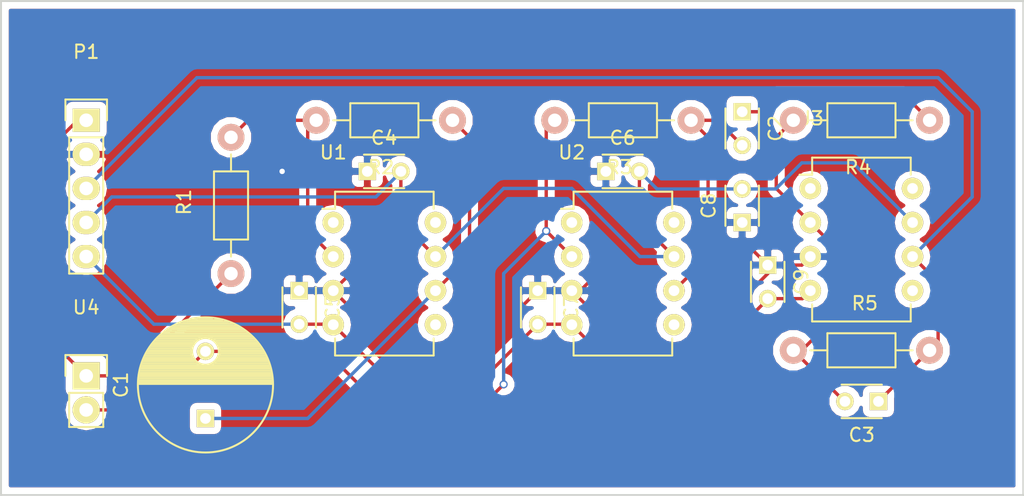
<source format=kicad_pcb>
(kicad_pcb (version 4) (host pcbnew 4.0.3-stable)

  (general
    (links 39)
    (no_connects 0)
    (area 118.034999 88.824999 199.465001 155.975)
    (thickness 1.6)
    (drawings 5)
    (tracks 113)
    (zones 0)
    (modules 19)
    (nets 12)
  )

  (page A4)
  (layers
    (0 F.Cu signal)
    (31 B.Cu signal)
    (32 B.Adhes user)
    (33 F.Adhes user)
    (34 B.Paste user)
    (35 F.Paste user)
    (36 B.SilkS user)
    (37 F.SilkS user)
    (38 B.Mask user)
    (39 F.Mask user)
    (40 Dwgs.User user)
    (41 Cmts.User user)
    (42 Eco1.User user)
    (43 Eco2.User user)
    (44 Edge.Cuts user)
    (45 Margin user)
    (46 B.CrtYd user)
    (47 F.CrtYd user)
    (48 B.Fab user)
    (49 F.Fab user)
  )

  (setup
    (last_trace_width 0.4)
    (trace_clearance 0.2)
    (zone_clearance 0.508)
    (zone_45_only no)
    (trace_min 0.2)
    (segment_width 0.2)
    (edge_width 0.15)
    (via_size 0.6)
    (via_drill 0.4)
    (via_min_size 0.4)
    (via_min_drill 0.3)
    (uvia_size 0.3)
    (uvia_drill 0.1)
    (uvias_allowed no)
    (uvia_min_size 0.2)
    (uvia_min_drill 0.1)
    (pcb_text_width 0.3)
    (pcb_text_size 1.5 1.5)
    (mod_edge_width 0.15)
    (mod_text_size 1 1)
    (mod_text_width 0.15)
    (pad_size 1.524 1.524)
    (pad_drill 0.762)
    (pad_to_mask_clearance 0.2)
    (aux_axis_origin 0 0)
    (visible_elements FFFFFF7F)
    (pcbplotparams
      (layerselection 0x00030_80000001)
      (usegerberextensions false)
      (excludeedgelayer true)
      (linewidth 0.100000)
      (plotframeref false)
      (viasonmask false)
      (mode 1)
      (useauxorigin false)
      (hpglpennumber 1)
      (hpglpenspeed 20)
      (hpglpendiameter 15)
      (hpglpenoverlay 2)
      (psnegative false)
      (psa4output false)
      (plotreference true)
      (plotvalue true)
      (plotinvisibletext false)
      (padsonsilk false)
      (subtractmaskfromsilk false)
      (outputformat 1)
      (mirror false)
      (drillshape 1)
      (scaleselection 1)
      (outputdirectory ""))
  )

  (net 0 "")
  (net 1 "Net-(C1-Pad1)")
  (net 2 "Net-(C1-Pad2)")
  (net 3 "Net-(C2-Pad1)")
  (net 4 "Net-(C2-Pad2)")
  (net 5 Amp)
  (net 6 "Net-(C3-Pad2)")
  (net 7 Earth)
  (net 8 +15V)
  (net 9 -15V)
  (net 10 FrequencyRef)
  (net 11 "Net-(R1-Pad2)")

  (net_class Default "This is the default net class."
    (clearance 0.2)
    (trace_width 0.4)
    (via_dia 0.6)
    (via_drill 0.4)
    (uvia_dia 0.3)
    (uvia_drill 0.1)
    (add_net +15V)
    (add_net -15V)
    (add_net Amp)
    (add_net Earth)
    (add_net FrequencyRef)
    (add_net "Net-(C1-Pad1)")
    (add_net "Net-(C1-Pad2)")
    (add_net "Net-(C2-Pad1)")
    (add_net "Net-(C2-Pad2)")
    (add_net "Net-(C3-Pad2)")
    (add_net "Net-(R1-Pad2)")
  )

  (module Resistors_ThroughHole:Resistor_Horizontal_RM10mm (layer F.Cu) (tedit 56648415) (tstamp 57DEBFCA)
    (at 137.16 110.49 180)
    (descr "Resistor, Axial,  RM 10mm, 1/3W")
    (tags "Resistor Axial RM 10mm 1/3W")
    (path /57DEA583)
    (fp_text reference R2 (at 5.32892 -3.50012 180) (layer F.SilkS)
      (effects (font (size 1 1) (thickness 0.15)))
    )
    (fp_text value 10k (at 5.08 3.81 180) (layer F.Fab)
      (effects (font (size 1 1) (thickness 0.15)))
    )
    (fp_line (start -1.25 -1.5) (end 11.4 -1.5) (layer F.CrtYd) (width 0.05))
    (fp_line (start -1.25 1.5) (end -1.25 -1.5) (layer F.CrtYd) (width 0.05))
    (fp_line (start 11.4 -1.5) (end 11.4 1.5) (layer F.CrtYd) (width 0.05))
    (fp_line (start -1.25 1.5) (end 11.4 1.5) (layer F.CrtYd) (width 0.05))
    (fp_line (start 2.54 -1.27) (end 7.62 -1.27) (layer F.SilkS) (width 0.15))
    (fp_line (start 7.62 -1.27) (end 7.62 1.27) (layer F.SilkS) (width 0.15))
    (fp_line (start 7.62 1.27) (end 2.54 1.27) (layer F.SilkS) (width 0.15))
    (fp_line (start 2.54 1.27) (end 2.54 -1.27) (layer F.SilkS) (width 0.15))
    (fp_line (start 2.54 0) (end 1.27 0) (layer F.SilkS) (width 0.15))
    (fp_line (start 7.62 0) (end 8.89 0) (layer F.SilkS) (width 0.15))
    (pad 1 thru_hole circle (at 0 0 180) (size 1.99898 1.99898) (drill 1.00076) (layers *.Cu *.SilkS *.Mask)
      (net 1 "Net-(C1-Pad1)"))
    (pad 2 thru_hole circle (at 10.16 0 180) (size 1.99898 1.99898) (drill 1.00076) (layers *.Cu *.SilkS *.Mask)
      (net 11 "Net-(R1-Pad2)"))
    (model Resistors_ThroughHole.3dshapes/Resistor_Horizontal_RM10mm.wrl
      (at (xyz 0.2 0 0))
      (scale (xyz 0.4 0.4 0.4))
      (rotate (xyz 0 0 0))
    )
  )

  (module Capacitors_ThroughHole:C_Radial_D10_L13_P5 (layer F.Cu) (tedit 0) (tstamp 57DEBF85)
    (at 118.745 132.715 90)
    (descr "Radial Electrolytic Capacitor Diameter 10mm x Length 13mm, Pitch 5mm")
    (tags "Electrolytic Capacitor")
    (path /57DEAE51)
    (fp_text reference C1 (at 2.5 -6.3 90) (layer F.SilkS)
      (effects (font (size 1 1) (thickness 0.15)))
    )
    (fp_text value CTRIM (at 2.5 6.3 90) (layer F.Fab)
      (effects (font (size 1 1) (thickness 0.15)))
    )
    (fp_line (start 2.575 -4.999) (end 2.575 4.999) (layer F.SilkS) (width 0.15))
    (fp_line (start 2.715 -4.995) (end 2.715 4.995) (layer F.SilkS) (width 0.15))
    (fp_line (start 2.855 -4.987) (end 2.855 4.987) (layer F.SilkS) (width 0.15))
    (fp_line (start 2.995 -4.975) (end 2.995 4.975) (layer F.SilkS) (width 0.15))
    (fp_line (start 3.135 -4.96) (end 3.135 4.96) (layer F.SilkS) (width 0.15))
    (fp_line (start 3.275 -4.94) (end 3.275 4.94) (layer F.SilkS) (width 0.15))
    (fp_line (start 3.415 -4.916) (end 3.415 4.916) (layer F.SilkS) (width 0.15))
    (fp_line (start 3.555 -4.887) (end 3.555 4.887) (layer F.SilkS) (width 0.15))
    (fp_line (start 3.695 -4.855) (end 3.695 4.855) (layer F.SilkS) (width 0.15))
    (fp_line (start 3.835 -4.818) (end 3.835 4.818) (layer F.SilkS) (width 0.15))
    (fp_line (start 3.975 -4.777) (end 3.975 4.777) (layer F.SilkS) (width 0.15))
    (fp_line (start 4.115 -4.732) (end 4.115 -0.466) (layer F.SilkS) (width 0.15))
    (fp_line (start 4.115 0.466) (end 4.115 4.732) (layer F.SilkS) (width 0.15))
    (fp_line (start 4.255 -4.682) (end 4.255 -0.667) (layer F.SilkS) (width 0.15))
    (fp_line (start 4.255 0.667) (end 4.255 4.682) (layer F.SilkS) (width 0.15))
    (fp_line (start 4.395 -4.627) (end 4.395 -0.796) (layer F.SilkS) (width 0.15))
    (fp_line (start 4.395 0.796) (end 4.395 4.627) (layer F.SilkS) (width 0.15))
    (fp_line (start 4.535 -4.567) (end 4.535 -0.885) (layer F.SilkS) (width 0.15))
    (fp_line (start 4.535 0.885) (end 4.535 4.567) (layer F.SilkS) (width 0.15))
    (fp_line (start 4.675 -4.502) (end 4.675 -0.946) (layer F.SilkS) (width 0.15))
    (fp_line (start 4.675 0.946) (end 4.675 4.502) (layer F.SilkS) (width 0.15))
    (fp_line (start 4.815 -4.432) (end 4.815 -0.983) (layer F.SilkS) (width 0.15))
    (fp_line (start 4.815 0.983) (end 4.815 4.432) (layer F.SilkS) (width 0.15))
    (fp_line (start 4.955 -4.356) (end 4.955 -0.999) (layer F.SilkS) (width 0.15))
    (fp_line (start 4.955 0.999) (end 4.955 4.356) (layer F.SilkS) (width 0.15))
    (fp_line (start 5.095 -4.274) (end 5.095 -0.995) (layer F.SilkS) (width 0.15))
    (fp_line (start 5.095 0.995) (end 5.095 4.274) (layer F.SilkS) (width 0.15))
    (fp_line (start 5.235 -4.186) (end 5.235 -0.972) (layer F.SilkS) (width 0.15))
    (fp_line (start 5.235 0.972) (end 5.235 4.186) (layer F.SilkS) (width 0.15))
    (fp_line (start 5.375 -4.091) (end 5.375 -0.927) (layer F.SilkS) (width 0.15))
    (fp_line (start 5.375 0.927) (end 5.375 4.091) (layer F.SilkS) (width 0.15))
    (fp_line (start 5.515 -3.989) (end 5.515 -0.857) (layer F.SilkS) (width 0.15))
    (fp_line (start 5.515 0.857) (end 5.515 3.989) (layer F.SilkS) (width 0.15))
    (fp_line (start 5.655 -3.879) (end 5.655 -0.756) (layer F.SilkS) (width 0.15))
    (fp_line (start 5.655 0.756) (end 5.655 3.879) (layer F.SilkS) (width 0.15))
    (fp_line (start 5.795 -3.761) (end 5.795 -0.607) (layer F.SilkS) (width 0.15))
    (fp_line (start 5.795 0.607) (end 5.795 3.761) (layer F.SilkS) (width 0.15))
    (fp_line (start 5.935 -3.633) (end 5.935 -0.355) (layer F.SilkS) (width 0.15))
    (fp_line (start 5.935 0.355) (end 5.935 3.633) (layer F.SilkS) (width 0.15))
    (fp_line (start 6.075 -3.496) (end 6.075 3.496) (layer F.SilkS) (width 0.15))
    (fp_line (start 6.215 -3.346) (end 6.215 3.346) (layer F.SilkS) (width 0.15))
    (fp_line (start 6.355 -3.184) (end 6.355 3.184) (layer F.SilkS) (width 0.15))
    (fp_line (start 6.495 -3.007) (end 6.495 3.007) (layer F.SilkS) (width 0.15))
    (fp_line (start 6.635 -2.811) (end 6.635 2.811) (layer F.SilkS) (width 0.15))
    (fp_line (start 6.775 -2.593) (end 6.775 2.593) (layer F.SilkS) (width 0.15))
    (fp_line (start 6.915 -2.347) (end 6.915 2.347) (layer F.SilkS) (width 0.15))
    (fp_line (start 7.055 -2.062) (end 7.055 2.062) (layer F.SilkS) (width 0.15))
    (fp_line (start 7.195 -1.72) (end 7.195 1.72) (layer F.SilkS) (width 0.15))
    (fp_line (start 7.335 -1.274) (end 7.335 1.274) (layer F.SilkS) (width 0.15))
    (fp_line (start 7.475 -0.499) (end 7.475 0.499) (layer F.SilkS) (width 0.15))
    (fp_circle (center 5 0) (end 5 -1) (layer F.SilkS) (width 0.15))
    (fp_circle (center 2.5 0) (end 2.5 -5.0375) (layer F.SilkS) (width 0.15))
    (fp_circle (center 2.5 0) (end 2.5 -5.3) (layer F.CrtYd) (width 0.05))
    (pad 1 thru_hole rect (at 0 0 90) (size 1.3 1.3) (drill 0.8) (layers *.Cu *.Mask F.SilkS)
      (net 1 "Net-(C1-Pad1)"))
    (pad 2 thru_hole circle (at 5 0 90) (size 1.3 1.3) (drill 0.8) (layers *.Cu *.Mask F.SilkS)
      (net 2 "Net-(C1-Pad2)"))
    (model Capacitors_ThroughHole.3dshapes/C_Radial_D10_L13_P5.wrl
      (at (xyz 0.0984252 0 0))
      (scale (xyz 1 1 1))
      (rotate (xyz 0 0 90))
    )
  )

  (module Capacitors_ThroughHole:C_Disc_D3_P2.5 (layer F.Cu) (tedit 0) (tstamp 57DEBF8B)
    (at 158.75 109.855 270)
    (descr "Capacitor 3mm Disc, Pitch 2.5mm")
    (tags Capacitor)
    (path /57DEAFBB)
    (fp_text reference C2 (at 1.25 -2.5 270) (layer F.SilkS)
      (effects (font (size 1 1) (thickness 0.15)))
    )
    (fp_text value 680pF (at 1.25 2.5 270) (layer F.Fab)
      (effects (font (size 1 1) (thickness 0.15)))
    )
    (fp_line (start -0.9 -1.5) (end 3.4 -1.5) (layer F.CrtYd) (width 0.05))
    (fp_line (start 3.4 -1.5) (end 3.4 1.5) (layer F.CrtYd) (width 0.05))
    (fp_line (start 3.4 1.5) (end -0.9 1.5) (layer F.CrtYd) (width 0.05))
    (fp_line (start -0.9 1.5) (end -0.9 -1.5) (layer F.CrtYd) (width 0.05))
    (fp_line (start -0.25 -1.25) (end 2.75 -1.25) (layer F.SilkS) (width 0.15))
    (fp_line (start 2.75 1.25) (end -0.25 1.25) (layer F.SilkS) (width 0.15))
    (pad 1 thru_hole rect (at 0 0 270) (size 1.3 1.3) (drill 0.8) (layers *.Cu *.Mask F.SilkS)
      (net 3 "Net-(C2-Pad1)"))
    (pad 2 thru_hole circle (at 2.5 0 270) (size 1.3 1.3) (drill 0.8001) (layers *.Cu *.Mask F.SilkS)
      (net 4 "Net-(C2-Pad2)"))
    (model Capacitors_ThroughHole.3dshapes/C_Disc_D3_P2.5.wrl
      (at (xyz 0.0492126 0 0))
      (scale (xyz 1 1 1))
      (rotate (xyz 0 0 0))
    )
  )

  (module Capacitors_ThroughHole:C_Disc_D3_P2.5 (layer F.Cu) (tedit 0) (tstamp 57DEBF91)
    (at 168.91 131.445 180)
    (descr "Capacitor 3mm Disc, Pitch 2.5mm")
    (tags Capacitor)
    (path /57DEB570)
    (fp_text reference C3 (at 1.25 -2.5 180) (layer F.SilkS)
      (effects (font (size 1 1) (thickness 0.15)))
    )
    (fp_text value 2.2pF (at 1.25 2.5 180) (layer F.Fab)
      (effects (font (size 1 1) (thickness 0.15)))
    )
    (fp_line (start -0.9 -1.5) (end 3.4 -1.5) (layer F.CrtYd) (width 0.05))
    (fp_line (start 3.4 -1.5) (end 3.4 1.5) (layer F.CrtYd) (width 0.05))
    (fp_line (start 3.4 1.5) (end -0.9 1.5) (layer F.CrtYd) (width 0.05))
    (fp_line (start -0.9 1.5) (end -0.9 -1.5) (layer F.CrtYd) (width 0.05))
    (fp_line (start -0.25 -1.25) (end 2.75 -1.25) (layer F.SilkS) (width 0.15))
    (fp_line (start 2.75 1.25) (end -0.25 1.25) (layer F.SilkS) (width 0.15))
    (pad 1 thru_hole rect (at 0 0 180) (size 1.3 1.3) (drill 0.8) (layers *.Cu *.Mask F.SilkS)
      (net 5 Amp))
    (pad 2 thru_hole circle (at 2.5 0 180) (size 1.3 1.3) (drill 0.8001) (layers *.Cu *.Mask F.SilkS)
      (net 6 "Net-(C3-Pad2)"))
    (model Capacitors_ThroughHole.3dshapes/C_Disc_D3_P2.5.wrl
      (at (xyz 0.0492126 0 0))
      (scale (xyz 1 1 1))
      (rotate (xyz 0 0 0))
    )
  )

  (module Capacitors_ThroughHole:C_Disc_D3_P2.5 (layer F.Cu) (tedit 0) (tstamp 57DEBF97)
    (at 130.81 114.3)
    (descr "Capacitor 3mm Disc, Pitch 2.5mm")
    (tags Capacitor)
    (path /57DEBDB6)
    (fp_text reference C4 (at 1.25 -2.5) (layer F.SilkS)
      (effects (font (size 1 1) (thickness 0.15)))
    )
    (fp_text value 0.1uF (at 1.25 2.5) (layer F.Fab)
      (effects (font (size 1 1) (thickness 0.15)))
    )
    (fp_line (start -0.9 -1.5) (end 3.4 -1.5) (layer F.CrtYd) (width 0.05))
    (fp_line (start 3.4 -1.5) (end 3.4 1.5) (layer F.CrtYd) (width 0.05))
    (fp_line (start 3.4 1.5) (end -0.9 1.5) (layer F.CrtYd) (width 0.05))
    (fp_line (start -0.9 1.5) (end -0.9 -1.5) (layer F.CrtYd) (width 0.05))
    (fp_line (start -0.25 -1.25) (end 2.75 -1.25) (layer F.SilkS) (width 0.15))
    (fp_line (start 2.75 1.25) (end -0.25 1.25) (layer F.SilkS) (width 0.15))
    (pad 1 thru_hole rect (at 0 0) (size 1.3 1.3) (drill 0.8) (layers *.Cu *.Mask F.SilkS)
      (net 7 Earth))
    (pad 2 thru_hole circle (at 2.5 0) (size 1.3 1.3) (drill 0.8001) (layers *.Cu *.Mask F.SilkS)
      (net 8 +15V))
    (model Capacitors_ThroughHole.3dshapes/C_Disc_D3_P2.5.wrl
      (at (xyz 0.0492126 0 0))
      (scale (xyz 1 1 1))
      (rotate (xyz 0 0 0))
    )
  )

  (module Capacitors_ThroughHole:C_Disc_D3_P2.5 (layer F.Cu) (tedit 0) (tstamp 57DEBF9D)
    (at 125.73 123.19 270)
    (descr "Capacitor 3mm Disc, Pitch 2.5mm")
    (tags Capacitor)
    (path /57DECFC8)
    (fp_text reference C5 (at 1.25 -2.5 270) (layer F.SilkS)
      (effects (font (size 1 1) (thickness 0.15)))
    )
    (fp_text value 0.1uF (at 1.25 2.5 270) (layer F.Fab)
      (effects (font (size 1 1) (thickness 0.15)))
    )
    (fp_line (start -0.9 -1.5) (end 3.4 -1.5) (layer F.CrtYd) (width 0.05))
    (fp_line (start 3.4 -1.5) (end 3.4 1.5) (layer F.CrtYd) (width 0.05))
    (fp_line (start 3.4 1.5) (end -0.9 1.5) (layer F.CrtYd) (width 0.05))
    (fp_line (start -0.9 1.5) (end -0.9 -1.5) (layer F.CrtYd) (width 0.05))
    (fp_line (start -0.25 -1.25) (end 2.75 -1.25) (layer F.SilkS) (width 0.15))
    (fp_line (start 2.75 1.25) (end -0.25 1.25) (layer F.SilkS) (width 0.15))
    (pad 1 thru_hole rect (at 0 0 270) (size 1.3 1.3) (drill 0.8) (layers *.Cu *.Mask F.SilkS)
      (net 7 Earth))
    (pad 2 thru_hole circle (at 2.5 0 270) (size 1.3 1.3) (drill 0.8001) (layers *.Cu *.Mask F.SilkS)
      (net 9 -15V))
    (model Capacitors_ThroughHole.3dshapes/C_Disc_D3_P2.5.wrl
      (at (xyz 0.0492126 0 0))
      (scale (xyz 1 1 1))
      (rotate (xyz 0 0 0))
    )
  )

  (module Capacitors_ThroughHole:C_Disc_D3_P2.5 (layer F.Cu) (tedit 0) (tstamp 57DEBFA3)
    (at 148.59 114.3)
    (descr "Capacitor 3mm Disc, Pitch 2.5mm")
    (tags Capacitor)
    (path /57DEC299)
    (fp_text reference C6 (at 1.25 -2.5) (layer F.SilkS)
      (effects (font (size 1 1) (thickness 0.15)))
    )
    (fp_text value 0.1uF (at 1.25 2.5) (layer F.Fab)
      (effects (font (size 1 1) (thickness 0.15)))
    )
    (fp_line (start -0.9 -1.5) (end 3.4 -1.5) (layer F.CrtYd) (width 0.05))
    (fp_line (start 3.4 -1.5) (end 3.4 1.5) (layer F.CrtYd) (width 0.05))
    (fp_line (start 3.4 1.5) (end -0.9 1.5) (layer F.CrtYd) (width 0.05))
    (fp_line (start -0.9 1.5) (end -0.9 -1.5) (layer F.CrtYd) (width 0.05))
    (fp_line (start -0.25 -1.25) (end 2.75 -1.25) (layer F.SilkS) (width 0.15))
    (fp_line (start 2.75 1.25) (end -0.25 1.25) (layer F.SilkS) (width 0.15))
    (pad 1 thru_hole rect (at 0 0) (size 1.3 1.3) (drill 0.8) (layers *.Cu *.Mask F.SilkS)
      (net 7 Earth))
    (pad 2 thru_hole circle (at 2.5 0) (size 1.3 1.3) (drill 0.8001) (layers *.Cu *.Mask F.SilkS)
      (net 8 +15V))
    (model Capacitors_ThroughHole.3dshapes/C_Disc_D3_P2.5.wrl
      (at (xyz 0.0492126 0 0))
      (scale (xyz 1 1 1))
      (rotate (xyz 0 0 0))
    )
  )

  (module Capacitors_ThroughHole:C_Disc_D3_P2.5 (layer F.Cu) (tedit 0) (tstamp 57DEBFA9)
    (at 143.51 123.19 270)
    (descr "Capacitor 3mm Disc, Pitch 2.5mm")
    (tags Capacitor)
    (path /57DEC783)
    (fp_text reference C7 (at 1.25 -2.5 270) (layer F.SilkS)
      (effects (font (size 1 1) (thickness 0.15)))
    )
    (fp_text value 0.1uF (at 1.25 2.5 270) (layer F.Fab)
      (effects (font (size 1 1) (thickness 0.15)))
    )
    (fp_line (start -0.9 -1.5) (end 3.4 -1.5) (layer F.CrtYd) (width 0.05))
    (fp_line (start 3.4 -1.5) (end 3.4 1.5) (layer F.CrtYd) (width 0.05))
    (fp_line (start 3.4 1.5) (end -0.9 1.5) (layer F.CrtYd) (width 0.05))
    (fp_line (start -0.9 1.5) (end -0.9 -1.5) (layer F.CrtYd) (width 0.05))
    (fp_line (start -0.25 -1.25) (end 2.75 -1.25) (layer F.SilkS) (width 0.15))
    (fp_line (start 2.75 1.25) (end -0.25 1.25) (layer F.SilkS) (width 0.15))
    (pad 1 thru_hole rect (at 0 0 270) (size 1.3 1.3) (drill 0.8) (layers *.Cu *.Mask F.SilkS)
      (net 7 Earth))
    (pad 2 thru_hole circle (at 2.5 0 270) (size 1.3 1.3) (drill 0.8001) (layers *.Cu *.Mask F.SilkS)
      (net 9 -15V))
    (model Capacitors_ThroughHole.3dshapes/C_Disc_D3_P2.5.wrl
      (at (xyz 0.0492126 0 0))
      (scale (xyz 1 1 1))
      (rotate (xyz 0 0 0))
    )
  )

  (module Capacitors_ThroughHole:C_Disc_D3_P2.5 (layer F.Cu) (tedit 0) (tstamp 57DEBFAF)
    (at 158.75 118.11 90)
    (descr "Capacitor 3mm Disc, Pitch 2.5mm")
    (tags Capacitor)
    (path /57DED3E0)
    (fp_text reference C8 (at 1.25 -2.5 90) (layer F.SilkS)
      (effects (font (size 1 1) (thickness 0.15)))
    )
    (fp_text value 0.1uF (at 1.25 2.5 90) (layer F.Fab)
      (effects (font (size 1 1) (thickness 0.15)))
    )
    (fp_line (start -0.9 -1.5) (end 3.4 -1.5) (layer F.CrtYd) (width 0.05))
    (fp_line (start 3.4 -1.5) (end 3.4 1.5) (layer F.CrtYd) (width 0.05))
    (fp_line (start 3.4 1.5) (end -0.9 1.5) (layer F.CrtYd) (width 0.05))
    (fp_line (start -0.9 1.5) (end -0.9 -1.5) (layer F.CrtYd) (width 0.05))
    (fp_line (start -0.25 -1.25) (end 2.75 -1.25) (layer F.SilkS) (width 0.15))
    (fp_line (start 2.75 1.25) (end -0.25 1.25) (layer F.SilkS) (width 0.15))
    (pad 1 thru_hole rect (at 0 0 90) (size 1.3 1.3) (drill 0.8) (layers *.Cu *.Mask F.SilkS)
      (net 7 Earth))
    (pad 2 thru_hole circle (at 2.5 0 90) (size 1.3 1.3) (drill 0.8001) (layers *.Cu *.Mask F.SilkS)
      (net 8 +15V))
    (model Capacitors_ThroughHole.3dshapes/C_Disc_D3_P2.5.wrl
      (at (xyz 0.0492126 0 0))
      (scale (xyz 1 1 1))
      (rotate (xyz 0 0 0))
    )
  )

  (module Capacitors_ThroughHole:C_Disc_D3_P2.5 (layer F.Cu) (tedit 0) (tstamp 57DEBFB5)
    (at 160.655 121.285 270)
    (descr "Capacitor 3mm Disc, Pitch 2.5mm")
    (tags Capacitor)
    (path /57DECC71)
    (fp_text reference C9 (at 1.25 -2.5 270) (layer F.SilkS)
      (effects (font (size 1 1) (thickness 0.15)))
    )
    (fp_text value 0.1uF (at 1.25 2.5 270) (layer F.Fab)
      (effects (font (size 1 1) (thickness 0.15)))
    )
    (fp_line (start -0.9 -1.5) (end 3.4 -1.5) (layer F.CrtYd) (width 0.05))
    (fp_line (start 3.4 -1.5) (end 3.4 1.5) (layer F.CrtYd) (width 0.05))
    (fp_line (start 3.4 1.5) (end -0.9 1.5) (layer F.CrtYd) (width 0.05))
    (fp_line (start -0.9 1.5) (end -0.9 -1.5) (layer F.CrtYd) (width 0.05))
    (fp_line (start -0.25 -1.25) (end 2.75 -1.25) (layer F.SilkS) (width 0.15))
    (fp_line (start 2.75 1.25) (end -0.25 1.25) (layer F.SilkS) (width 0.15))
    (pad 1 thru_hole rect (at 0 0 270) (size 1.3 1.3) (drill 0.8) (layers *.Cu *.Mask F.SilkS)
      (net 7 Earth))
    (pad 2 thru_hole circle (at 2.5 0 270) (size 1.3 1.3) (drill 0.8001) (layers *.Cu *.Mask F.SilkS)
      (net 9 -15V))
    (model Capacitors_ThroughHole.3dshapes/C_Disc_D3_P2.5.wrl
      (at (xyz 0.0492126 0 0))
      (scale (xyz 1 1 1))
      (rotate (xyz 0 0 0))
    )
  )

  (module Pin_Headers:Pin_Header_Straight_1x05 (layer F.Cu) (tedit 54EA0684) (tstamp 57DEBFBE)
    (at 109.855 110.49)
    (descr "Through hole pin header")
    (tags "pin header")
    (path /57DEC218)
    (fp_text reference P1 (at 0 -5.1) (layer F.SilkS)
      (effects (font (size 1 1) (thickness 0.15)))
    )
    (fp_text value DIN_5 (at 0 -3.1) (layer F.Fab)
      (effects (font (size 1 1) (thickness 0.15)))
    )
    (fp_line (start -1.55 0) (end -1.55 -1.55) (layer F.SilkS) (width 0.15))
    (fp_line (start -1.55 -1.55) (end 1.55 -1.55) (layer F.SilkS) (width 0.15))
    (fp_line (start 1.55 -1.55) (end 1.55 0) (layer F.SilkS) (width 0.15))
    (fp_line (start -1.75 -1.75) (end -1.75 11.95) (layer F.CrtYd) (width 0.05))
    (fp_line (start 1.75 -1.75) (end 1.75 11.95) (layer F.CrtYd) (width 0.05))
    (fp_line (start -1.75 -1.75) (end 1.75 -1.75) (layer F.CrtYd) (width 0.05))
    (fp_line (start -1.75 11.95) (end 1.75 11.95) (layer F.CrtYd) (width 0.05))
    (fp_line (start 1.27 1.27) (end 1.27 11.43) (layer F.SilkS) (width 0.15))
    (fp_line (start 1.27 11.43) (end -1.27 11.43) (layer F.SilkS) (width 0.15))
    (fp_line (start -1.27 11.43) (end -1.27 1.27) (layer F.SilkS) (width 0.15))
    (fp_line (start 1.27 1.27) (end -1.27 1.27) (layer F.SilkS) (width 0.15))
    (pad 1 thru_hole rect (at 0 0) (size 2.032 1.7272) (drill 1.016) (layers *.Cu *.Mask F.SilkS)
      (net 10 FrequencyRef))
    (pad 2 thru_hole oval (at 0 2.54) (size 2.032 1.7272) (drill 1.016) (layers *.Cu *.Mask F.SilkS)
      (net 7 Earth))
    (pad 3 thru_hole oval (at 0 5.08) (size 2.032 1.7272) (drill 1.016) (layers *.Cu *.Mask F.SilkS)
      (net 5 Amp))
    (pad 4 thru_hole oval (at 0 7.62) (size 2.032 1.7272) (drill 1.016) (layers *.Cu *.Mask F.SilkS)
      (net 8 +15V))
    (pad 5 thru_hole oval (at 0 10.16) (size 2.032 1.7272) (drill 1.016) (layers *.Cu *.Mask F.SilkS)
      (net 9 -15V))
    (model Pin_Headers.3dshapes/Pin_Header_Straight_1x05.wrl
      (at (xyz 0 -0.2 0))
      (scale (xyz 1 1 1))
      (rotate (xyz 0 0 90))
    )
  )

  (module Resistors_ThroughHole:Resistor_Horizontal_RM10mm (layer F.Cu) (tedit 56648415) (tstamp 57DEBFC4)
    (at 120.65 121.92 90)
    (descr "Resistor, Axial,  RM 10mm, 1/3W")
    (tags "Resistor Axial RM 10mm 1/3W")
    (path /57DEA537)
    (fp_text reference R1 (at 5.32892 -3.50012 90) (layer F.SilkS)
      (effects (font (size 1 1) (thickness 0.15)))
    )
    (fp_text value 10k (at 5.08 3.81 90) (layer F.Fab)
      (effects (font (size 1 1) (thickness 0.15)))
    )
    (fp_line (start -1.25 -1.5) (end 11.4 -1.5) (layer F.CrtYd) (width 0.05))
    (fp_line (start -1.25 1.5) (end -1.25 -1.5) (layer F.CrtYd) (width 0.05))
    (fp_line (start 11.4 -1.5) (end 11.4 1.5) (layer F.CrtYd) (width 0.05))
    (fp_line (start -1.25 1.5) (end 11.4 1.5) (layer F.CrtYd) (width 0.05))
    (fp_line (start 2.54 -1.27) (end 7.62 -1.27) (layer F.SilkS) (width 0.15))
    (fp_line (start 7.62 -1.27) (end 7.62 1.27) (layer F.SilkS) (width 0.15))
    (fp_line (start 7.62 1.27) (end 2.54 1.27) (layer F.SilkS) (width 0.15))
    (fp_line (start 2.54 1.27) (end 2.54 -1.27) (layer F.SilkS) (width 0.15))
    (fp_line (start 2.54 0) (end 1.27 0) (layer F.SilkS) (width 0.15))
    (fp_line (start 7.62 0) (end 8.89 0) (layer F.SilkS) (width 0.15))
    (pad 1 thru_hole circle (at 0 0 90) (size 1.99898 1.99898) (drill 1.00076) (layers *.Cu *.SilkS *.Mask)
      (net 10 FrequencyRef))
    (pad 2 thru_hole circle (at 10.16 0 90) (size 1.99898 1.99898) (drill 1.00076) (layers *.Cu *.SilkS *.Mask)
      (net 11 "Net-(R1-Pad2)"))
    (model Resistors_ThroughHole.3dshapes/Resistor_Horizontal_RM10mm.wrl
      (at (xyz 0.2 0 0))
      (scale (xyz 0.4 0.4 0.4))
      (rotate (xyz 0 0 0))
    )
  )

  (module Resistors_ThroughHole:Resistor_Horizontal_RM10mm (layer F.Cu) (tedit 56648415) (tstamp 57DEBFD0)
    (at 154.94 110.49 180)
    (descr "Resistor, Axial,  RM 10mm, 1/3W")
    (tags "Resistor Axial RM 10mm 1/3W")
    (path /57DEB1DC)
    (fp_text reference R3 (at 5.32892 -3.50012 180) (layer F.SilkS)
      (effects (font (size 1 1) (thickness 0.15)))
    )
    (fp_text value 10k (at 5.08 3.81 180) (layer F.Fab)
      (effects (font (size 1 1) (thickness 0.15)))
    )
    (fp_line (start -1.25 -1.5) (end 11.4 -1.5) (layer F.CrtYd) (width 0.05))
    (fp_line (start -1.25 1.5) (end -1.25 -1.5) (layer F.CrtYd) (width 0.05))
    (fp_line (start 11.4 -1.5) (end 11.4 1.5) (layer F.CrtYd) (width 0.05))
    (fp_line (start -1.25 1.5) (end 11.4 1.5) (layer F.CrtYd) (width 0.05))
    (fp_line (start 2.54 -1.27) (end 7.62 -1.27) (layer F.SilkS) (width 0.15))
    (fp_line (start 7.62 -1.27) (end 7.62 1.27) (layer F.SilkS) (width 0.15))
    (fp_line (start 7.62 1.27) (end 2.54 1.27) (layer F.SilkS) (width 0.15))
    (fp_line (start 2.54 1.27) (end 2.54 -1.27) (layer F.SilkS) (width 0.15))
    (fp_line (start 2.54 0) (end 1.27 0) (layer F.SilkS) (width 0.15))
    (fp_line (start 7.62 0) (end 8.89 0) (layer F.SilkS) (width 0.15))
    (pad 1 thru_hole circle (at 0 0 180) (size 1.99898 1.99898) (drill 1.00076) (layers *.Cu *.SilkS *.Mask)
      (net 4 "Net-(C2-Pad2)"))
    (pad 2 thru_hole circle (at 10.16 0 180) (size 1.99898 1.99898) (drill 1.00076) (layers *.Cu *.SilkS *.Mask)
      (net 2 "Net-(C1-Pad2)"))
    (model Resistors_ThroughHole.3dshapes/Resistor_Horizontal_RM10mm.wrl
      (at (xyz 0.2 0 0))
      (scale (xyz 0.4 0.4 0.4))
      (rotate (xyz 0 0 0))
    )
  )

  (module Resistors_ThroughHole:Resistor_Horizontal_RM10mm (layer F.Cu) (tedit 56648415) (tstamp 57DEBFD6)
    (at 172.72 110.49 180)
    (descr "Resistor, Axial,  RM 10mm, 1/3W")
    (tags "Resistor Axial RM 10mm 1/3W")
    (path /57DEB01F)
    (fp_text reference R4 (at 5.32892 -3.50012 180) (layer F.SilkS)
      (effects (font (size 1 1) (thickness 0.15)))
    )
    (fp_text value 5.1k (at 5.08 3.81 180) (layer F.Fab)
      (effects (font (size 1 1) (thickness 0.15)))
    )
    (fp_line (start -1.25 -1.5) (end 11.4 -1.5) (layer F.CrtYd) (width 0.05))
    (fp_line (start -1.25 1.5) (end -1.25 -1.5) (layer F.CrtYd) (width 0.05))
    (fp_line (start 11.4 -1.5) (end 11.4 1.5) (layer F.CrtYd) (width 0.05))
    (fp_line (start -1.25 1.5) (end 11.4 1.5) (layer F.CrtYd) (width 0.05))
    (fp_line (start 2.54 -1.27) (end 7.62 -1.27) (layer F.SilkS) (width 0.15))
    (fp_line (start 7.62 -1.27) (end 7.62 1.27) (layer F.SilkS) (width 0.15))
    (fp_line (start 7.62 1.27) (end 2.54 1.27) (layer F.SilkS) (width 0.15))
    (fp_line (start 2.54 1.27) (end 2.54 -1.27) (layer F.SilkS) (width 0.15))
    (fp_line (start 2.54 0) (end 1.27 0) (layer F.SilkS) (width 0.15))
    (fp_line (start 7.62 0) (end 8.89 0) (layer F.SilkS) (width 0.15))
    (pad 1 thru_hole circle (at 0 0 180) (size 1.99898 1.99898) (drill 1.00076) (layers *.Cu *.SilkS *.Mask)
      (net 3 "Net-(C2-Pad1)"))
    (pad 2 thru_hole circle (at 10.16 0 180) (size 1.99898 1.99898) (drill 1.00076) (layers *.Cu *.SilkS *.Mask)
      (net 6 "Net-(C3-Pad2)"))
    (model Resistors_ThroughHole.3dshapes/Resistor_Horizontal_RM10mm.wrl
      (at (xyz 0.2 0 0))
      (scale (xyz 0.4 0.4 0.4))
      (rotate (xyz 0 0 0))
    )
  )

  (module Resistors_ThroughHole:Resistor_Horizontal_RM10mm (layer F.Cu) (tedit 56648415) (tstamp 57DEBFDC)
    (at 162.56 127.635)
    (descr "Resistor, Axial,  RM 10mm, 1/3W")
    (tags "Resistor Axial RM 10mm 1/3W")
    (path /57DEB542)
    (fp_text reference R5 (at 5.32892 -3.50012) (layer F.SilkS)
      (effects (font (size 1 1) (thickness 0.15)))
    )
    (fp_text value 220l (at 5.08 3.81) (layer F.Fab)
      (effects (font (size 1 1) (thickness 0.15)))
    )
    (fp_line (start -1.25 -1.5) (end 11.4 -1.5) (layer F.CrtYd) (width 0.05))
    (fp_line (start -1.25 1.5) (end -1.25 -1.5) (layer F.CrtYd) (width 0.05))
    (fp_line (start 11.4 -1.5) (end 11.4 1.5) (layer F.CrtYd) (width 0.05))
    (fp_line (start -1.25 1.5) (end 11.4 1.5) (layer F.CrtYd) (width 0.05))
    (fp_line (start 2.54 -1.27) (end 7.62 -1.27) (layer F.SilkS) (width 0.15))
    (fp_line (start 7.62 -1.27) (end 7.62 1.27) (layer F.SilkS) (width 0.15))
    (fp_line (start 7.62 1.27) (end 2.54 1.27) (layer F.SilkS) (width 0.15))
    (fp_line (start 2.54 1.27) (end 2.54 -1.27) (layer F.SilkS) (width 0.15))
    (fp_line (start 2.54 0) (end 1.27 0) (layer F.SilkS) (width 0.15))
    (fp_line (start 7.62 0) (end 8.89 0) (layer F.SilkS) (width 0.15))
    (pad 1 thru_hole circle (at 0 0) (size 1.99898 1.99898) (drill 1.00076) (layers *.Cu *.SilkS *.Mask)
      (net 6 "Net-(C3-Pad2)"))
    (pad 2 thru_hole circle (at 10.16 0) (size 1.99898 1.99898) (drill 1.00076) (layers *.Cu *.SilkS *.Mask)
      (net 5 Amp))
    (model Resistors_ThroughHole.3dshapes/Resistor_Horizontal_RM10mm.wrl
      (at (xyz 0.2 0 0))
      (scale (xyz 0.4 0.4 0.4))
      (rotate (xyz 0 0 0))
    )
  )

  (module Housings_DIP:DIP-8_W7.62mm (layer F.Cu) (tedit 54130A77) (tstamp 57DEBFE8)
    (at 128.27 118.11)
    (descr "8-lead dip package, row spacing 7.62 mm (300 mils)")
    (tags "dil dip 2.54 300")
    (path /57DEA51C)
    (fp_text reference U1 (at 0 -5.22) (layer F.SilkS)
      (effects (font (size 1 1) (thickness 0.15)))
    )
    (fp_text value TL071 (at 0 -3.72) (layer F.Fab)
      (effects (font (size 1 1) (thickness 0.15)))
    )
    (fp_line (start -1.05 -2.45) (end -1.05 10.1) (layer F.CrtYd) (width 0.05))
    (fp_line (start 8.65 -2.45) (end 8.65 10.1) (layer F.CrtYd) (width 0.05))
    (fp_line (start -1.05 -2.45) (end 8.65 -2.45) (layer F.CrtYd) (width 0.05))
    (fp_line (start -1.05 10.1) (end 8.65 10.1) (layer F.CrtYd) (width 0.05))
    (fp_line (start 0.135 -2.295) (end 0.135 -1.025) (layer F.SilkS) (width 0.15))
    (fp_line (start 7.485 -2.295) (end 7.485 -1.025) (layer F.SilkS) (width 0.15))
    (fp_line (start 7.485 9.915) (end 7.485 8.645) (layer F.SilkS) (width 0.15))
    (fp_line (start 0.135 9.915) (end 0.135 8.645) (layer F.SilkS) (width 0.15))
    (fp_line (start 0.135 -2.295) (end 7.485 -2.295) (layer F.SilkS) (width 0.15))
    (fp_line (start 0.135 9.915) (end 7.485 9.915) (layer F.SilkS) (width 0.15))
    (fp_line (start 0.135 -1.025) (end -0.8 -1.025) (layer F.SilkS) (width 0.15))
    (pad 1 thru_hole oval (at 0 0) (size 1.6 1.6) (drill 0.8) (layers *.Cu *.Mask F.SilkS))
    (pad 2 thru_hole oval (at 0 2.54) (size 1.6 1.6) (drill 0.8) (layers *.Cu *.Mask F.SilkS)
      (net 11 "Net-(R1-Pad2)"))
    (pad 3 thru_hole oval (at 0 5.08) (size 1.6 1.6) (drill 0.8) (layers *.Cu *.Mask F.SilkS)
      (net 7 Earth))
    (pad 4 thru_hole oval (at 0 7.62) (size 1.6 1.6) (drill 0.8) (layers *.Cu *.Mask F.SilkS)
      (net 9 -15V))
    (pad 5 thru_hole oval (at 7.62 7.62) (size 1.6 1.6) (drill 0.8) (layers *.Cu *.Mask F.SilkS))
    (pad 6 thru_hole oval (at 7.62 5.08) (size 1.6 1.6) (drill 0.8) (layers *.Cu *.Mask F.SilkS)
      (net 1 "Net-(C1-Pad1)"))
    (pad 7 thru_hole oval (at 7.62 2.54) (size 1.6 1.6) (drill 0.8) (layers *.Cu *.Mask F.SilkS)
      (net 8 +15V))
    (pad 8 thru_hole oval (at 7.62 0) (size 1.6 1.6) (drill 0.8) (layers *.Cu *.Mask F.SilkS))
    (model Housings_DIP.3dshapes/DIP-8_W7.62mm.wrl
      (at (xyz 0 0 0))
      (scale (xyz 1 1 1))
      (rotate (xyz 0 0 0))
    )
  )

  (module Housings_DIP:DIP-8_W7.62mm (layer F.Cu) (tedit 54130A77) (tstamp 57DEBFF4)
    (at 146.05 118.11)
    (descr "8-lead dip package, row spacing 7.62 mm (300 mils)")
    (tags "dil dip 2.54 300")
    (path /57DEB129)
    (fp_text reference U2 (at 0 -5.22) (layer F.SilkS)
      (effects (font (size 1 1) (thickness 0.15)))
    )
    (fp_text value TL071 (at 0 -3.72) (layer F.Fab)
      (effects (font (size 1 1) (thickness 0.15)))
    )
    (fp_line (start -1.05 -2.45) (end -1.05 10.1) (layer F.CrtYd) (width 0.05))
    (fp_line (start 8.65 -2.45) (end 8.65 10.1) (layer F.CrtYd) (width 0.05))
    (fp_line (start -1.05 -2.45) (end 8.65 -2.45) (layer F.CrtYd) (width 0.05))
    (fp_line (start -1.05 10.1) (end 8.65 10.1) (layer F.CrtYd) (width 0.05))
    (fp_line (start 0.135 -2.295) (end 0.135 -1.025) (layer F.SilkS) (width 0.15))
    (fp_line (start 7.485 -2.295) (end 7.485 -1.025) (layer F.SilkS) (width 0.15))
    (fp_line (start 7.485 9.915) (end 7.485 8.645) (layer F.SilkS) (width 0.15))
    (fp_line (start 0.135 9.915) (end 0.135 8.645) (layer F.SilkS) (width 0.15))
    (fp_line (start 0.135 -2.295) (end 7.485 -2.295) (layer F.SilkS) (width 0.15))
    (fp_line (start 0.135 9.915) (end 7.485 9.915) (layer F.SilkS) (width 0.15))
    (fp_line (start 0.135 -1.025) (end -0.8 -1.025) (layer F.SilkS) (width 0.15))
    (pad 1 thru_hole oval (at 0 0) (size 1.6 1.6) (drill 0.8) (layers *.Cu *.Mask F.SilkS))
    (pad 2 thru_hole oval (at 0 2.54) (size 1.6 1.6) (drill 0.8) (layers *.Cu *.Mask F.SilkS)
      (net 2 "Net-(C1-Pad2)"))
    (pad 3 thru_hole oval (at 0 5.08) (size 1.6 1.6) (drill 0.8) (layers *.Cu *.Mask F.SilkS)
      (net 7 Earth))
    (pad 4 thru_hole oval (at 0 7.62) (size 1.6 1.6) (drill 0.8) (layers *.Cu *.Mask F.SilkS)
      (net 9 -15V))
    (pad 5 thru_hole oval (at 7.62 7.62) (size 1.6 1.6) (drill 0.8) (layers *.Cu *.Mask F.SilkS))
    (pad 6 thru_hole oval (at 7.62 5.08) (size 1.6 1.6) (drill 0.8) (layers *.Cu *.Mask F.SilkS)
      (net 4 "Net-(C2-Pad2)"))
    (pad 7 thru_hole oval (at 7.62 2.54) (size 1.6 1.6) (drill 0.8) (layers *.Cu *.Mask F.SilkS)
      (net 8 +15V))
    (pad 8 thru_hole oval (at 7.62 0) (size 1.6 1.6) (drill 0.8) (layers *.Cu *.Mask F.SilkS))
    (model Housings_DIP.3dshapes/DIP-8_W7.62mm.wrl
      (at (xyz 0 0 0))
      (scale (xyz 1 1 1))
      (rotate (xyz 0 0 0))
    )
  )

  (module Housings_DIP:DIP-8_W7.62mm (layer F.Cu) (tedit 54130A77) (tstamp 57DEC000)
    (at 163.83 115.57)
    (descr "8-lead dip package, row spacing 7.62 mm (300 mils)")
    (tags "dil dip 2.54 300")
    (path /57DEAF91)
    (fp_text reference U3 (at 0 -5.22) (layer F.SilkS)
      (effects (font (size 1 1) (thickness 0.15)))
    )
    (fp_text value TL071 (at 0 -3.72) (layer F.Fab)
      (effects (font (size 1 1) (thickness 0.15)))
    )
    (fp_line (start -1.05 -2.45) (end -1.05 10.1) (layer F.CrtYd) (width 0.05))
    (fp_line (start 8.65 -2.45) (end 8.65 10.1) (layer F.CrtYd) (width 0.05))
    (fp_line (start -1.05 -2.45) (end 8.65 -2.45) (layer F.CrtYd) (width 0.05))
    (fp_line (start -1.05 10.1) (end 8.65 10.1) (layer F.CrtYd) (width 0.05))
    (fp_line (start 0.135 -2.295) (end 0.135 -1.025) (layer F.SilkS) (width 0.15))
    (fp_line (start 7.485 -2.295) (end 7.485 -1.025) (layer F.SilkS) (width 0.15))
    (fp_line (start 7.485 9.915) (end 7.485 8.645) (layer F.SilkS) (width 0.15))
    (fp_line (start 0.135 9.915) (end 0.135 8.645) (layer F.SilkS) (width 0.15))
    (fp_line (start 0.135 -2.295) (end 7.485 -2.295) (layer F.SilkS) (width 0.15))
    (fp_line (start 0.135 9.915) (end 7.485 9.915) (layer F.SilkS) (width 0.15))
    (fp_line (start 0.135 -1.025) (end -0.8 -1.025) (layer F.SilkS) (width 0.15))
    (pad 1 thru_hole oval (at 0 0) (size 1.6 1.6) (drill 0.8) (layers *.Cu *.Mask F.SilkS))
    (pad 2 thru_hole oval (at 0 2.54) (size 1.6 1.6) (drill 0.8) (layers *.Cu *.Mask F.SilkS)
      (net 6 "Net-(C3-Pad2)"))
    (pad 3 thru_hole oval (at 0 5.08) (size 1.6 1.6) (drill 0.8) (layers *.Cu *.Mask F.SilkS)
      (net 7 Earth))
    (pad 4 thru_hole oval (at 0 7.62) (size 1.6 1.6) (drill 0.8) (layers *.Cu *.Mask F.SilkS)
      (net 9 -15V))
    (pad 5 thru_hole oval (at 7.62 7.62) (size 1.6 1.6) (drill 0.8) (layers *.Cu *.Mask F.SilkS))
    (pad 6 thru_hole oval (at 7.62 5.08) (size 1.6 1.6) (drill 0.8) (layers *.Cu *.Mask F.SilkS)
      (net 5 Amp))
    (pad 7 thru_hole oval (at 7.62 2.54) (size 1.6 1.6) (drill 0.8) (layers *.Cu *.Mask F.SilkS)
      (net 8 +15V))
    (pad 8 thru_hole oval (at 7.62 0) (size 1.6 1.6) (drill 0.8) (layers *.Cu *.Mask F.SilkS))
    (model Housings_DIP.3dshapes/DIP-8_W7.62mm.wrl
      (at (xyz 0 0 0))
      (scale (xyz 1 1 1))
      (rotate (xyz 0 0 0))
    )
  )

  (module Pin_Headers:Pin_Header_Straight_1x02 (layer F.Cu) (tedit 54EA090C) (tstamp 57DEC006)
    (at 109.855 129.54)
    (descr "Through hole pin header")
    (tags "pin header")
    (path /57DEB9F2)
    (fp_text reference U4 (at 0 -5.1) (layer F.SilkS)
      (effects (font (size 1 1) (thickness 0.15)))
    )
    (fp_text value TUNING_FORK (at 0 -3.1) (layer F.Fab)
      (effects (font (size 1 1) (thickness 0.15)))
    )
    (fp_line (start 1.27 1.27) (end 1.27 3.81) (layer F.SilkS) (width 0.15))
    (fp_line (start 1.55 -1.55) (end 1.55 0) (layer F.SilkS) (width 0.15))
    (fp_line (start -1.75 -1.75) (end -1.75 4.3) (layer F.CrtYd) (width 0.05))
    (fp_line (start 1.75 -1.75) (end 1.75 4.3) (layer F.CrtYd) (width 0.05))
    (fp_line (start -1.75 -1.75) (end 1.75 -1.75) (layer F.CrtYd) (width 0.05))
    (fp_line (start -1.75 4.3) (end 1.75 4.3) (layer F.CrtYd) (width 0.05))
    (fp_line (start 1.27 1.27) (end -1.27 1.27) (layer F.SilkS) (width 0.15))
    (fp_line (start -1.55 0) (end -1.55 -1.55) (layer F.SilkS) (width 0.15))
    (fp_line (start -1.55 -1.55) (end 1.55 -1.55) (layer F.SilkS) (width 0.15))
    (fp_line (start -1.27 1.27) (end -1.27 3.81) (layer F.SilkS) (width 0.15))
    (fp_line (start -1.27 3.81) (end 1.27 3.81) (layer F.SilkS) (width 0.15))
    (pad 1 thru_hole rect (at 0 0) (size 2.032 2.032) (drill 1.016) (layers *.Cu *.Mask F.SilkS)
      (net 10 FrequencyRef))
    (pad 2 thru_hole oval (at 0 2.54) (size 2.032 2.032) (drill 1.016) (layers *.Cu *.Mask F.SilkS)
      (net 2 "Net-(C1-Pad2)"))
    (model Pin_Headers.3dshapes/Pin_Header_Straight_1x02.wrl
      (at (xyz 0 -0.05 0))
      (scale (xyz 1 1 1))
      (rotate (xyz 0 0 90))
    )
  )

  (gr_line (start 103.505 101.6) (end 104.775 101.6) (angle 90) (layer Edge.Cuts) (width 0.15))
  (gr_line (start 103.505 138.43) (end 103.505 101.6) (angle 90) (layer Edge.Cuts) (width 0.15))
  (gr_line (start 179.705 138.43) (end 103.505 138.43) (angle 90) (layer Edge.Cuts) (width 0.15))
  (gr_line (start 179.705 101.6) (end 179.705 138.43) (angle 90) (layer Edge.Cuts) (width 0.15))
  (gr_line (start 104.14 101.6) (end 179.705 101.6) (angle 90) (layer Edge.Cuts) (width 0.15))

  (segment (start 118.745 132.715) (end 126.365 132.715) (width 0.25) (layer B.Cu) (net 1) (status 10))
  (segment (start 126.365 132.715) (end 135.89 123.19) (width 0.25) (layer B.Cu) (net 1) (tstamp 57DFE2A1) (status 20))
  (segment (start 137.16 110.49) (end 138.43 111.76) (width 0.25) (layer F.Cu) (net 1) (status 10))
  (segment (start 138.43 120.65) (end 135.89 123.19) (width 0.25) (layer F.Cu) (net 1) (tstamp 57DFDFD7) (status 20))
  (segment (start 138.43 111.76) (end 138.43 120.65) (width 0.25) (layer F.Cu) (net 1) (tstamp 57DFDFD6))
  (via (at 144.145 118.745) (size 0.6) (drill 0.4) (layers F.Cu B.Cu) (net 2))
  (segment (start 118.745 127.715) (end 127.715 127.715) (width 0.25) (layer F.Cu) (net 2) (status 10))
  (segment (start 140.97 121.92) (end 144.145 118.745) (width 0.25) (layer B.Cu) (net 2) (tstamp 57DFE29E))
  (segment (start 140.97 130.175) (end 140.97 121.92) (width 0.25) (layer B.Cu) (net 2) (tstamp 57DFE29D))
  (via (at 140.97 130.175) (size 0.6) (drill 0.4) (layers F.Cu B.Cu) (net 2))
  (segment (start 139.065 132.08) (end 140.97 130.175) (width 0.25) (layer F.Cu) (net 2) (tstamp 57DFE297))
  (segment (start 132.08 132.08) (end 139.065 132.08) (width 0.25) (layer F.Cu) (net 2) (tstamp 57DFE295))
  (segment (start 127.715 127.715) (end 132.08 132.08) (width 0.25) (layer F.Cu) (net 2) (tstamp 57DFE293))
  (segment (start 109.855 132.08) (end 114.38 132.08) (width 0.25) (layer F.Cu) (net 2) (status 10))
  (segment (start 114.38 132.08) (end 118.745 127.715) (width 0.25) (layer F.Cu) (net 2) (tstamp 57DFE22F) (status 20))
  (segment (start 146.05 120.65) (end 144.145 118.745) (width 0.25) (layer F.Cu) (net 2) (status 10))
  (segment (start 144.145 118.745) (end 144.145 111.125) (width 0.25) (layer F.Cu) (net 2) (tstamp 57DFDFE3) (status 20))
  (segment (start 144.145 111.125) (end 144.78 110.49) (width 0.25) (layer F.Cu) (net 2) (tstamp 57DFDFE4) (status 30))
  (segment (start 158.75 109.855) (end 160.02 109.855) (width 0.25) (layer F.Cu) (net 3) (status 10))
  (segment (start 170.815 108.585) (end 172.72 110.49) (width 0.25) (layer F.Cu) (net 3) (tstamp 57DFE1E6) (status 20))
  (segment (start 161.29 108.585) (end 170.815 108.585) (width 0.25) (layer F.Cu) (net 3) (tstamp 57DFE1E4))
  (segment (start 160.02 109.855) (end 161.29 108.585) (width 0.25) (layer F.Cu) (net 3) (tstamp 57DFE1E2))
  (segment (start 154.94 110.49) (end 156.885 110.49) (width 0.25) (layer F.Cu) (net 4) (status 10))
  (segment (start 156.885 110.49) (end 158.75 112.355) (width 0.25) (layer F.Cu) (net 4) (tstamp 57DFE1DE) (status 20))
  (segment (start 154.94 110.49) (end 156.21 111.76) (width 0.25) (layer F.Cu) (net 4) (status 10))
  (segment (start 156.21 120.65) (end 153.67 123.19) (width 0.25) (layer F.Cu) (net 4) (tstamp 57DFDFEE) (status 20))
  (segment (start 156.21 111.76) (end 156.21 120.65) (width 0.25) (layer F.Cu) (net 4) (tstamp 57DFDFED))
  (segment (start 171.45 120.65) (end 175.895 116.205) (width 0.25) (layer B.Cu) (net 5) (status 10))
  (segment (start 118.11 107.315) (end 109.855 115.57) (width 0.25) (layer B.Cu) (net 5) (tstamp 57DFE26F) (status 20))
  (segment (start 173.355 107.315) (end 118.11 107.315) (width 0.25) (layer B.Cu) (net 5) (tstamp 57DFE26D))
  (segment (start 175.895 109.855) (end 173.355 107.315) (width 0.25) (layer B.Cu) (net 5) (tstamp 57DFE26B))
  (segment (start 175.895 116.205) (end 175.895 109.855) (width 0.25) (layer B.Cu) (net 5) (tstamp 57DFE26A))
  (segment (start 168.91 131.445) (end 172.72 127.635) (width 0.25) (layer F.Cu) (net 5) (status 30))
  (segment (start 171.45 120.65) (end 173.355 122.555) (width 0.25) (layer F.Cu) (net 5) (status 10))
  (segment (start 173.355 122.555) (end 173.355 127) (width 0.25) (layer F.Cu) (net 5) (tstamp 57DFE209) (status 20))
  (segment (start 173.355 127) (end 172.72 127.635) (width 0.25) (layer F.Cu) (net 5) (tstamp 57DFE20A) (status 30))
  (segment (start 162.56 127.635) (end 163.195 127.635) (width 0.25) (layer F.Cu) (net 6) (status 30))
  (segment (start 163.195 127.635) (end 165.735 125.095) (width 0.25) (layer F.Cu) (net 6) (tstamp 57DFE212) (status 10))
  (segment (start 165.735 120.015) (end 163.83 118.11) (width 0.25) (layer F.Cu) (net 6) (tstamp 57DFE215) (status 20))
  (segment (start 165.735 125.095) (end 165.735 120.015) (width 0.25) (layer F.Cu) (net 6) (tstamp 57DFE213))
  (segment (start 166.41 131.445) (end 166.37 131.445) (width 0.25) (layer F.Cu) (net 6) (status 30))
  (segment (start 166.37 131.445) (end 162.56 127.635) (width 0.25) (layer F.Cu) (net 6) (tstamp 57DFE20F) (status 30))
  (segment (start 162.56 110.49) (end 161.29 111.76) (width 0.25) (layer F.Cu) (net 6) (status 10))
  (segment (start 161.29 115.57) (end 163.83 118.11) (width 0.25) (layer F.Cu) (net 6) (tstamp 57DFE18A) (status 20))
  (segment (start 161.29 111.76) (end 161.29 115.57) (width 0.25) (layer F.Cu) (net 6) (tstamp 57DFE189))
  (segment (start 130.81 114.3) (end 124.46 114.3) (width 0.25) (layer B.Cu) (net 7) (status 10))
  (segment (start 112.395 113.03) (end 109.855 113.03) (width 0.25) (layer F.Cu) (net 7) (tstamp 57DFE280) (status 20))
  (segment (start 113.665 114.3) (end 112.395 113.03) (width 0.25) (layer F.Cu) (net 7) (tstamp 57DFE27F))
  (segment (start 124.46 114.3) (end 113.665 114.3) (width 0.25) (layer F.Cu) (net 7) (tstamp 57DFE27E))
  (via (at 124.46 114.3) (size 0.6) (drill 0.4) (layers F.Cu B.Cu) (net 7))
  (segment (start 158.75 118.11) (end 158.75 119.38) (width 0.25) (layer F.Cu) (net 7) (status 10))
  (segment (start 158.75 119.38) (end 160.655 121.285) (width 0.25) (layer F.Cu) (net 7) (tstamp 57DFE25A) (status 20))
  (segment (start 160.655 121.285) (end 160.655 121.92) (width 0.25) (layer F.Cu) (net 7) (status 30))
  (segment (start 160.655 121.92) (end 154.94 127.635) (width 0.25) (layer F.Cu) (net 7) (tstamp 57DFE220) (status 10))
  (segment (start 150.495 127.635) (end 146.05 123.19) (width 0.25) (layer F.Cu) (net 7) (tstamp 57DFE223) (status 20))
  (segment (start 154.94 127.635) (end 150.495 127.635) (width 0.25) (layer F.Cu) (net 7) (tstamp 57DFE221))
  (segment (start 160.655 121.285) (end 163.195 121.285) (width 0.25) (layer F.Cu) (net 7) (status 10))
  (segment (start 163.195 121.285) (end 163.83 120.65) (width 0.25) (layer F.Cu) (net 7) (tstamp 57DFE219) (status 20))
  (segment (start 128.27 123.19) (end 130.81 120.65) (width 0.25) (layer F.Cu) (net 7) (status 10))
  (segment (start 130.81 120.65) (end 130.81 114.3) (width 0.25) (layer F.Cu) (net 7) (tstamp 57DFDFCF) (status 20))
  (segment (start 146.05 123.19) (end 146.685 123.19) (width 0.25) (layer F.Cu) (net 7) (status 30))
  (segment (start 146.685 123.19) (end 148.59 121.285) (width 0.25) (layer F.Cu) (net 7) (tstamp 57DFDFC8) (status 10))
  (segment (start 148.59 121.285) (end 148.59 114.3) (width 0.25) (layer F.Cu) (net 7) (tstamp 57DFDFC9) (status 20))
  (segment (start 143.51 123.19) (end 146.05 123.19) (width 0.25) (layer F.Cu) (net 7) (status 30))
  (segment (start 128.27 123.19) (end 133.35 128.27) (width 0.25) (layer F.Cu) (net 7) (status 10))
  (segment (start 138.43 128.27) (end 143.51 123.19) (width 0.25) (layer F.Cu) (net 7) (tstamp 57DFDFBA) (status 20))
  (segment (start 133.35 128.27) (end 138.43 128.27) (width 0.25) (layer F.Cu) (net 7) (tstamp 57DFDFB9))
  (segment (start 125.73 123.19) (end 128.27 123.19) (width 0.25) (layer F.Cu) (net 7) (status 30))
  (segment (start 133.31 114.3) (end 133.31 114.34) (width 0.25) (layer B.Cu) (net 8) (status 30))
  (segment (start 133.31 114.34) (end 131.445 116.205) (width 0.25) (layer B.Cu) (net 8) (tstamp 57DFE285) (status 10))
  (segment (start 111.76 116.205) (end 109.855 118.11) (width 0.25) (layer B.Cu) (net 8) (tstamp 57DFE288) (status 20))
  (segment (start 131.445 116.205) (end 111.76 116.205) (width 0.25) (layer B.Cu) (net 8) (tstamp 57DFE286))
  (segment (start 153.67 120.65) (end 151.13 120.65) (width 0.25) (layer B.Cu) (net 8) (status 10))
  (segment (start 140.97 115.57) (end 135.89 120.65) (width 0.25) (layer B.Cu) (net 8) (tstamp 57DFE277) (status 20))
  (segment (start 146.05 115.57) (end 140.97 115.57) (width 0.25) (layer B.Cu) (net 8) (tstamp 57DFE275))
  (segment (start 151.13 120.65) (end 146.05 115.57) (width 0.25) (layer B.Cu) (net 8) (tstamp 57DFE273))
  (segment (start 158.75 115.61) (end 161.25 115.61) (width 0.25) (layer B.Cu) (net 8) (status 10))
  (segment (start 167.005 113.665) (end 171.45 118.11) (width 0.25) (layer B.Cu) (net 8) (tstamp 57DFE266) (status 20))
  (segment (start 163.195 113.665) (end 167.005 113.665) (width 0.25) (layer B.Cu) (net 8) (tstamp 57DFE264))
  (segment (start 161.25 115.61) (end 163.195 113.665) (width 0.25) (layer B.Cu) (net 8) (tstamp 57DFE262))
  (segment (start 158.75 115.61) (end 152.4 115.61) (width 0.25) (layer B.Cu) (net 8) (status 10))
  (segment (start 152.4 115.61) (end 151.09 114.3) (width 0.25) (layer B.Cu) (net 8) (tstamp 57DFE25E) (status 20))
  (segment (start 171.49 118.15) (end 171.45 118.11) (width 0.25) (layer F.Cu) (net 8) (tstamp 57DFE1F7) (status 30))
  (segment (start 151.09 114.3) (end 151.09 118.07) (width 0.25) (layer F.Cu) (net 8) (status 10))
  (segment (start 151.09 118.07) (end 153.67 120.65) (width 0.25) (layer F.Cu) (net 8) (tstamp 57DFDFE7) (status 20))
  (segment (start 133.31 114.3) (end 133.31 118.07) (width 0.25) (layer F.Cu) (net 8) (status 10))
  (segment (start 133.31 118.07) (end 135.89 120.65) (width 0.25) (layer F.Cu) (net 8) (tstamp 57DFDFD2) (status 20))
  (segment (start 125.73 125.69) (end 114.895 125.69) (width 0.25) (layer B.Cu) (net 9) (status 10))
  (segment (start 114.895 125.69) (end 109.855 120.65) (width 0.25) (layer B.Cu) (net 9) (tstamp 57DFE2A8) (status 20))
  (segment (start 160.655 123.785) (end 160.655 123.825) (width 0.25) (layer F.Cu) (net 9) (status 30))
  (segment (start 160.655 123.825) (end 154.94 129.54) (width 0.25) (layer F.Cu) (net 9) (tstamp 57DFE227) (status 10))
  (segment (start 149.86 129.54) (end 146.05 125.73) (width 0.25) (layer F.Cu) (net 9) (tstamp 57DFE22A) (status 20))
  (segment (start 154.94 129.54) (end 149.86 129.54) (width 0.25) (layer F.Cu) (net 9) (tstamp 57DFE228))
  (segment (start 160.655 123.785) (end 163.235 123.785) (width 0.25) (layer F.Cu) (net 9) (status 10))
  (segment (start 163.235 123.785) (end 163.83 123.19) (width 0.25) (layer F.Cu) (net 9) (tstamp 57DFE21C) (status 20))
  (segment (start 143.51 125.69) (end 146.01 125.69) (width 0.25) (layer F.Cu) (net 9) (status 30))
  (segment (start 146.01 125.69) (end 146.05 125.73) (width 0.25) (layer F.Cu) (net 9) (tstamp 57DFDFC5) (status 30))
  (segment (start 128.27 125.73) (end 132.715 130.175) (width 0.25) (layer F.Cu) (net 9) (status 10))
  (segment (start 139.025 130.175) (end 143.51 125.69) (width 0.25) (layer F.Cu) (net 9) (tstamp 57DFDFBF) (status 20))
  (segment (start 132.715 130.175) (end 139.025 130.175) (width 0.25) (layer F.Cu) (net 9) (tstamp 57DFDFBE))
  (segment (start 125.73 125.69) (end 128.23 125.69) (width 0.25) (layer F.Cu) (net 9) (status 30))
  (segment (start 128.23 125.69) (end 128.27 125.73) (width 0.25) (layer F.Cu) (net 9) (tstamp 57DFDFB6) (status 30))
  (segment (start 109.855 110.49) (end 109.22 110.49) (width 0.25) (layer F.Cu) (net 10) (status 30))
  (segment (start 109.22 110.49) (end 107.315 112.395) (width 0.25) (layer F.Cu) (net 10) (tstamp 57DFE237) (status 10))
  (segment (start 107.315 112.395) (end 107.315 127) (width 0.25) (layer F.Cu) (net 10) (tstamp 57DFE238))
  (segment (start 107.315 127) (end 109.855 129.54) (width 0.25) (layer F.Cu) (net 10) (tstamp 57DFE23A) (status 20))
  (segment (start 109.855 129.54) (end 113.03 129.54) (width 0.25) (layer F.Cu) (net 10) (status 10))
  (segment (start 113.03 129.54) (end 120.65 121.92) (width 0.25) (layer F.Cu) (net 10) (tstamp 57DFE233) (status 20))
  (segment (start 128.27 120.65) (end 126.365 118.745) (width 0.25) (layer F.Cu) (net 11) (status 10))
  (segment (start 126.365 118.745) (end 126.365 111.125) (width 0.25) (layer F.Cu) (net 11) (tstamp 57DFDFDF) (status 20))
  (segment (start 126.365 111.125) (end 127 110.49) (width 0.25) (layer F.Cu) (net 11) (tstamp 57DFDFE0) (status 30))
  (segment (start 127 110.49) (end 121.92 110.49) (width 0.25) (layer F.Cu) (net 11) (status 10))
  (segment (start 121.92 110.49) (end 120.65 111.76) (width 0.25) (layer F.Cu) (net 11) (tstamp 57DFDFDB) (status 20))

  (zone (net 7) (net_name Earth) (layer B.Cu) (tstamp 57E02B48) (hatch edge 0.508)
    (connect_pads (clearance 0.508))
    (min_thickness 0.254)
    (fill yes (arc_segments 16) (thermal_gap 0.508) (thermal_bridge_width 0.508))
    (polygon
      (pts
        (xy 103.505 101.6) (xy 103.505 138.43) (xy 179.705 138.43) (xy 179.705 101.6)
      )
    )
    (filled_polygon
      (pts
        (xy 178.995 137.72) (xy 104.215 137.72) (xy 104.215 132.08) (xy 108.171655 132.08) (xy 108.29733 132.71181)
        (xy 108.655222 133.247433) (xy 109.190845 133.605325) (xy 109.822655 133.731) (xy 109.887345 133.731) (xy 110.519155 133.605325)
        (xy 111.054778 133.247433) (xy 111.41267 132.71181) (xy 111.538345 132.08) (xy 111.535362 132.065) (xy 117.44756 132.065)
        (xy 117.44756 133.365) (xy 117.491838 133.600317) (xy 117.63091 133.816441) (xy 117.84311 133.961431) (xy 118.095 134.01244)
        (xy 119.395 134.01244) (xy 119.630317 133.968162) (xy 119.846441 133.82909) (xy 119.991431 133.61689) (xy 120.020164 133.475)
        (xy 126.365 133.475) (xy 126.655839 133.417148) (xy 126.902401 133.252401) (xy 128.455321 131.699481) (xy 165.124777 131.699481)
        (xy 165.319995 132.171943) (xy 165.681155 132.533735) (xy 166.153276 132.729777) (xy 166.664481 132.730223) (xy 167.136943 132.535005)
        (xy 167.498735 132.173845) (xy 167.61256 131.899724) (xy 167.61256 132.095) (xy 167.656838 132.330317) (xy 167.79591 132.546441)
        (xy 168.00811 132.691431) (xy 168.26 132.74244) (xy 169.56 132.74244) (xy 169.795317 132.698162) (xy 170.011441 132.55909)
        (xy 170.156431 132.34689) (xy 170.20744 132.095) (xy 170.20744 130.795) (xy 170.163162 130.559683) (xy 170.02409 130.343559)
        (xy 169.81189 130.198569) (xy 169.56 130.14756) (xy 168.26 130.14756) (xy 168.024683 130.191838) (xy 167.808559 130.33091)
        (xy 167.663569 130.54311) (xy 167.61256 130.795) (xy 167.61256 130.99046) (xy 167.500005 130.718057) (xy 167.138845 130.356265)
        (xy 166.666724 130.160223) (xy 166.155519 130.159777) (xy 165.683057 130.354995) (xy 165.321265 130.716155) (xy 165.125223 131.188276)
        (xy 165.124777 131.699481) (xy 128.455321 131.699481) (xy 134.427405 125.727397) (xy 134.426887 125.73) (xy 134.53612 126.279151)
        (xy 134.847189 126.744698) (xy 135.312736 127.055767) (xy 135.861887 127.165) (xy 135.918113 127.165) (xy 136.467264 127.055767)
        (xy 136.932811 126.744698) (xy 137.24388 126.279151) (xy 137.353113 125.73) (xy 137.24388 125.180849) (xy 136.932811 124.715302)
        (xy 136.550725 124.46) (xy 136.932811 124.204698) (xy 137.24388 123.739151) (xy 137.353113 123.19) (xy 137.24388 122.640849)
        (xy 136.932811 122.175302) (xy 136.550725 121.92) (xy 136.932811 121.664698) (xy 137.24388 121.199151) (xy 137.353113 120.65)
        (xy 137.288688 120.326114) (xy 141.284802 116.33) (xy 145.735198 116.33) (xy 146.080716 116.675518) (xy 146.078113 116.675)
        (xy 146.021887 116.675) (xy 145.472736 116.784233) (xy 145.007189 117.095302) (xy 144.69612 117.560849) (xy 144.622516 117.930879)
        (xy 144.331799 117.810162) (xy 143.959833 117.809838) (xy 143.616057 117.951883) (xy 143.352808 118.214673) (xy 143.210162 118.558201)
        (xy 143.210121 118.605077) (xy 140.432599 121.382599) (xy 140.267852 121.629161) (xy 140.21 121.92) (xy 140.21 129.612537)
        (xy 140.177808 129.644673) (xy 140.035162 129.988201) (xy 140.034838 130.360167) (xy 140.176883 130.703943) (xy 140.439673 130.967192)
        (xy 140.783201 131.109838) (xy 141.155167 131.110162) (xy 141.498943 130.968117) (xy 141.762192 130.705327) (xy 141.904838 130.361799)
        (xy 141.905162 129.989833) (xy 141.763117 129.646057) (xy 141.73 129.612882) (xy 141.73 127.958694) (xy 160.925226 127.958694)
        (xy 161.173538 128.559655) (xy 161.632927 129.019846) (xy 162.233453 129.269206) (xy 162.883694 129.269774) (xy 163.484655 129.021462)
        (xy 163.944846 128.562073) (xy 164.194206 127.961547) (xy 164.194208 127.958694) (xy 171.085226 127.958694) (xy 171.333538 128.559655)
        (xy 171.792927 129.019846) (xy 172.393453 129.269206) (xy 173.043694 129.269774) (xy 173.644655 129.021462) (xy 174.104846 128.562073)
        (xy 174.354206 127.961547) (xy 174.354774 127.311306) (xy 174.106462 126.710345) (xy 173.647073 126.250154) (xy 173.046547 126.000794)
        (xy 172.396306 126.000226) (xy 171.795345 126.248538) (xy 171.335154 126.707927) (xy 171.085794 127.308453) (xy 171.085226 127.958694)
        (xy 164.194208 127.958694) (xy 164.194774 127.311306) (xy 163.946462 126.710345) (xy 163.487073 126.250154) (xy 162.886547 126.000794)
        (xy 162.236306 126.000226) (xy 161.635345 126.248538) (xy 161.175154 126.707927) (xy 160.925794 127.308453) (xy 160.925226 127.958694)
        (xy 141.73 127.958694) (xy 141.73 125.944481) (xy 142.224777 125.944481) (xy 142.419995 126.416943) (xy 142.781155 126.778735)
        (xy 143.253276 126.974777) (xy 143.764481 126.975223) (xy 144.236943 126.780005) (xy 144.598735 126.418845) (xy 144.683366 126.215032)
        (xy 144.69612 126.279151) (xy 145.007189 126.744698) (xy 145.472736 127.055767) (xy 146.021887 127.165) (xy 146.078113 127.165)
        (xy 146.627264 127.055767) (xy 147.092811 126.744698) (xy 147.40388 126.279151) (xy 147.513113 125.73) (xy 147.40388 125.180849)
        (xy 147.092811 124.715302) (xy 146.688297 124.445014) (xy 146.905134 124.342389) (xy 147.281041 123.927423) (xy 147.441904 123.539039)
        (xy 147.319915 123.317) (xy 146.177 123.317) (xy 146.177 123.337) (xy 145.923 123.337) (xy 145.923 123.317)
        (xy 144.780085 123.317) (xy 144.729083 123.409833) (xy 144.63625 123.317) (xy 143.637 123.317) (xy 143.637 123.337)
        (xy 143.383 123.337) (xy 143.383 123.317) (xy 142.38375 123.317) (xy 142.225 123.47575) (xy 142.225 123.966309)
        (xy 142.321673 124.199698) (xy 142.500301 124.378327) (xy 142.73369 124.475) (xy 143.085567 124.475) (xy 142.783057 124.599995)
        (xy 142.421265 124.961155) (xy 142.225223 125.433276) (xy 142.224777 125.944481) (xy 141.73 125.944481) (xy 141.73 122.413691)
        (xy 142.225 122.413691) (xy 142.225 122.90425) (xy 142.38375 123.063) (xy 143.383 123.063) (xy 143.383 122.06375)
        (xy 143.22425 121.905) (xy 142.73369 121.905) (xy 142.500301 122.001673) (xy 142.321673 122.180302) (xy 142.225 122.413691)
        (xy 141.73 122.413691) (xy 141.73 122.234802) (xy 144.28468 119.680122) (xy 144.330167 119.680162) (xy 144.673943 119.538117)
        (xy 144.937192 119.275327) (xy 145.002594 119.117822) (xy 145.007189 119.124698) (xy 145.389275 119.38) (xy 145.007189 119.635302)
        (xy 144.69612 120.100849) (xy 144.586887 120.65) (xy 144.69612 121.199151) (xy 145.007189 121.664698) (xy 145.411703 121.934986)
        (xy 145.194866 122.037611) (xy 144.818959 122.452577) (xy 144.795 122.510423) (xy 144.795 122.413691) (xy 144.698327 122.180302)
        (xy 144.519699 122.001673) (xy 144.28631 121.905) (xy 143.79575 121.905) (xy 143.637 122.06375) (xy 143.637 123.063)
        (xy 144.63625 123.063) (xy 144.729083 122.970167) (xy 144.780085 123.063) (xy 145.923 123.063) (xy 145.923 123.043)
        (xy 146.177 123.043) (xy 146.177 123.063) (xy 147.319915 123.063) (xy 147.441904 122.840961) (xy 147.281041 122.452577)
        (xy 146.905134 122.037611) (xy 146.688297 121.934986) (xy 147.092811 121.664698) (xy 147.40388 121.199151) (xy 147.513113 120.65)
        (xy 147.40388 120.100849) (xy 147.092811 119.635302) (xy 146.710725 119.38) (xy 147.092811 119.124698) (xy 147.40388 118.659151)
        (xy 147.513113 118.11) (xy 147.512595 118.107397) (xy 150.592599 121.187401) (xy 150.839161 121.352148) (xy 151.13 121.41)
        (xy 152.457005 121.41) (xy 152.627189 121.664698) (xy 153.009275 121.92) (xy 152.627189 122.175302) (xy 152.31612 122.640849)
        (xy 152.206887 123.19) (xy 152.31612 123.739151) (xy 152.627189 124.204698) (xy 153.009275 124.46) (xy 152.627189 124.715302)
        (xy 152.31612 125.180849) (xy 152.206887 125.73) (xy 152.31612 126.279151) (xy 152.627189 126.744698) (xy 153.092736 127.055767)
        (xy 153.641887 127.165) (xy 153.698113 127.165) (xy 154.247264 127.055767) (xy 154.712811 126.744698) (xy 155.02388 126.279151)
        (xy 155.133113 125.73) (xy 155.02388 125.180849) (xy 154.712811 124.715302) (xy 154.330725 124.46) (xy 154.712811 124.204698)
        (xy 154.823205 124.039481) (xy 159.369777 124.039481) (xy 159.564995 124.511943) (xy 159.926155 124.873735) (xy 160.398276 125.069777)
        (xy 160.909481 125.070223) (xy 161.381943 124.875005) (xy 161.743735 124.513845) (xy 161.939777 124.041724) (xy 161.940223 123.530519)
        (xy 161.799523 123.19) (xy 162.366887 123.19) (xy 162.47612 123.739151) (xy 162.787189 124.204698) (xy 163.252736 124.515767)
        (xy 163.801887 124.625) (xy 163.858113 124.625) (xy 164.407264 124.515767) (xy 164.872811 124.204698) (xy 165.18388 123.739151)
        (xy 165.293113 123.19) (xy 165.18388 122.640849) (xy 164.872811 122.175302) (xy 164.468297 121.905014) (xy 164.685134 121.802389)
        (xy 165.061041 121.387423) (xy 165.221904 120.999039) (xy 165.099915 120.777) (xy 163.957 120.777) (xy 163.957 120.797)
        (xy 163.703 120.797) (xy 163.703 120.777) (xy 162.560085 120.777) (xy 162.438096 120.999039) (xy 162.598959 121.387423)
        (xy 162.974866 121.802389) (xy 163.191703 121.905014) (xy 162.787189 122.175302) (xy 162.47612 122.640849) (xy 162.366887 123.19)
        (xy 161.799523 123.19) (xy 161.745005 123.058057) (xy 161.383845 122.696265) (xy 161.079765 122.57) (xy 161.43131 122.57)
        (xy 161.664699 122.473327) (xy 161.843327 122.294698) (xy 161.94 122.061309) (xy 161.94 121.57075) (xy 161.78125 121.412)
        (xy 160.782 121.412) (xy 160.782 121.432) (xy 160.528 121.432) (xy 160.528 121.412) (xy 159.52875 121.412)
        (xy 159.37 121.57075) (xy 159.37 122.061309) (xy 159.466673 122.294698) (xy 159.645301 122.473327) (xy 159.87869 122.57)
        (xy 160.230567 122.57) (xy 159.928057 122.694995) (xy 159.566265 123.056155) (xy 159.370223 123.528276) (xy 159.369777 124.039481)
        (xy 154.823205 124.039481) (xy 155.02388 123.739151) (xy 155.133113 123.19) (xy 155.02388 122.640849) (xy 154.712811 122.175302)
        (xy 154.330725 121.92) (xy 154.712811 121.664698) (xy 155.02388 121.199151) (xy 155.133113 120.65) (xy 155.105005 120.508691)
        (xy 159.37 120.508691) (xy 159.37 120.99925) (xy 159.52875 121.158) (xy 160.528 121.158) (xy 160.528 120.15875)
        (xy 160.782 120.15875) (xy 160.782 121.158) (xy 161.78125 121.158) (xy 161.94 120.99925) (xy 161.94 120.508691)
        (xy 161.843327 120.275302) (xy 161.664699 120.096673) (xy 161.43131 120) (xy 160.94075 120) (xy 160.782 120.15875)
        (xy 160.528 120.15875) (xy 160.36925 120) (xy 159.87869 120) (xy 159.645301 120.096673) (xy 159.466673 120.275302)
        (xy 159.37 120.508691) (xy 155.105005 120.508691) (xy 155.02388 120.100849) (xy 154.712811 119.635302) (xy 154.330725 119.38)
        (xy 154.712811 119.124698) (xy 155.02388 118.659151) (xy 155.076273 118.39575) (xy 157.465 118.39575) (xy 157.465 118.886309)
        (xy 157.561673 119.119698) (xy 157.740301 119.298327) (xy 157.97369 119.395) (xy 158.46425 119.395) (xy 158.623 119.23625)
        (xy 158.623 118.237) (xy 158.877 118.237) (xy 158.877 119.23625) (xy 159.03575 119.395) (xy 159.52631 119.395)
        (xy 159.759699 119.298327) (xy 159.938327 119.119698) (xy 160.035 118.886309) (xy 160.035 118.39575) (xy 159.87625 118.237)
        (xy 158.877 118.237) (xy 158.623 118.237) (xy 157.62375 118.237) (xy 157.465 118.39575) (xy 155.076273 118.39575)
        (xy 155.133113 118.11) (xy 155.02388 117.560849) (xy 154.712811 117.095302) (xy 154.247264 116.784233) (xy 153.698113 116.675)
        (xy 153.641887 116.675) (xy 153.092736 116.784233) (xy 152.627189 117.095302) (xy 152.31612 117.560849) (xy 152.206887 118.11)
        (xy 152.31612 118.659151) (xy 152.627189 119.124698) (xy 153.009275 119.38) (xy 152.627189 119.635302) (xy 152.457005 119.89)
        (xy 151.444802 119.89) (xy 146.587401 115.032599) (xy 146.340839 114.867852) (xy 146.05 114.81) (xy 140.97 114.81)
        (xy 140.679161 114.867852) (xy 140.432599 115.032599) (xy 137.352595 118.112603) (xy 137.353113 118.11) (xy 137.24388 117.560849)
        (xy 136.932811 117.095302) (xy 136.467264 116.784233) (xy 135.918113 116.675) (xy 135.861887 116.675) (xy 135.312736 116.784233)
        (xy 134.847189 117.095302) (xy 134.53612 117.560849) (xy 134.426887 118.11) (xy 134.53612 118.659151) (xy 134.847189 119.124698)
        (xy 135.229275 119.38) (xy 134.847189 119.635302) (xy 134.53612 120.100849) (xy 134.426887 120.65) (xy 134.53612 121.199151)
        (xy 134.847189 121.664698) (xy 135.229275 121.92) (xy 134.847189 122.175302) (xy 134.53612 122.640849) (xy 134.426887 123.19)
        (xy 134.491312 123.513886) (xy 126.050198 131.955) (xy 120.021742 131.955) (xy 119.998162 131.829683) (xy 119.85909 131.613559)
        (xy 119.64689 131.468569) (xy 119.395 131.41756) (xy 118.095 131.41756) (xy 117.859683 131.461838) (xy 117.643559 131.60091)
        (xy 117.498569 131.81311) (xy 117.44756 132.065) (xy 111.535362 132.065) (xy 111.41267 131.44819) (xy 111.185501 131.108208)
        (xy 111.322441 131.02009) (xy 111.467431 130.80789) (xy 111.51844 130.556) (xy 111.51844 128.524) (xy 111.474162 128.288683)
        (xy 111.33509 128.072559) (xy 111.12289 127.927569) (xy 110.871 127.87656) (xy 108.839 127.87656) (xy 108.603683 127.920838)
        (xy 108.387559 128.05991) (xy 108.242569 128.27211) (xy 108.19156 128.524) (xy 108.19156 130.556) (xy 108.235838 130.791317)
        (xy 108.37491 131.007441) (xy 108.523837 131.109198) (xy 108.29733 131.44819) (xy 108.171655 132.08) (xy 104.215 132.08)
        (xy 104.215 115.57) (xy 108.171655 115.57) (xy 108.285729 116.143489) (xy 108.610585 116.62967) (xy 108.925366 116.84)
        (xy 108.610585 117.05033) (xy 108.285729 117.536511) (xy 108.171655 118.11) (xy 108.285729 118.683489) (xy 108.610585 119.16967)
        (xy 108.925366 119.38) (xy 108.610585 119.59033) (xy 108.285729 120.076511) (xy 108.171655 120.65) (xy 108.285729 121.223489)
        (xy 108.610585 121.70967) (xy 109.096766 122.034526) (xy 109.670255 122.1486) (xy 110.039745 122.1486) (xy 110.239137 122.108939)
        (xy 114.357599 126.227401) (xy 114.60416 126.392148) (xy 114.895 126.45) (xy 118.441576 126.45) (xy 118.018057 126.624995)
        (xy 117.656265 126.986155) (xy 117.460223 127.458276) (xy 117.459777 127.969481) (xy 117.654995 128.441943) (xy 118.016155 128.803735)
        (xy 118.488276 128.999777) (xy 118.999481 129.000223) (xy 119.471943 128.805005) (xy 119.833735 128.443845) (xy 120.029777 127.971724)
        (xy 120.030223 127.460519) (xy 119.835005 126.988057) (xy 119.473845 126.626265) (xy 119.049352 126.45) (xy 124.672994 126.45)
        (xy 125.001155 126.778735) (xy 125.473276 126.974777) (xy 125.984481 126.975223) (xy 126.456943 126.780005) (xy 126.818735 126.418845)
        (xy 126.903366 126.215032) (xy 126.91612 126.279151) (xy 127.227189 126.744698) (xy 127.692736 127.055767) (xy 128.241887 127.165)
        (xy 128.298113 127.165) (xy 128.847264 127.055767) (xy 129.312811 126.744698) (xy 129.62388 126.279151) (xy 129.733113 125.73)
        (xy 129.62388 125.180849) (xy 129.312811 124.715302) (xy 128.908297 124.445014) (xy 129.125134 124.342389) (xy 129.501041 123.927423)
        (xy 129.661904 123.539039) (xy 129.539915 123.317) (xy 128.397 123.317) (xy 128.397 123.337) (xy 128.143 123.337)
        (xy 128.143 123.317) (xy 127.000085 123.317) (xy 126.949083 123.409833) (xy 126.85625 123.317) (xy 125.857 123.317)
        (xy 125.857 123.337) (xy 125.603 123.337) (xy 125.603 123.317) (xy 124.60375 123.317) (xy 124.445 123.47575)
        (xy 124.445 123.966309) (xy 124.541673 124.199698) (xy 124.720301 124.378327) (xy 124.95369 124.475) (xy 125.305567 124.475)
        (xy 125.003057 124.599995) (xy 124.672475 124.93) (xy 115.209802 124.93) (xy 112.523496 122.243694) (xy 119.015226 122.243694)
        (xy 119.263538 122.844655) (xy 119.722927 123.304846) (xy 120.323453 123.554206) (xy 120.973694 123.554774) (xy 121.574655 123.306462)
        (xy 122.034846 122.847073) (xy 122.214801 122.413691) (xy 124.445 122.413691) (xy 124.445 122.90425) (xy 124.60375 123.063)
        (xy 125.603 123.063) (xy 125.603 122.06375) (xy 125.44425 121.905) (xy 124.95369 121.905) (xy 124.720301 122.001673)
        (xy 124.541673 122.180302) (xy 124.445 122.413691) (xy 122.214801 122.413691) (xy 122.284206 122.246547) (xy 122.284774 121.596306)
        (xy 122.036462 120.995345) (xy 121.577073 120.535154) (xy 120.976547 120.285794) (xy 120.326306 120.285226) (xy 119.725345 120.533538)
        (xy 119.265154 120.992927) (xy 119.015794 121.593453) (xy 119.015226 122.243694) (xy 112.523496 122.243694) (xy 111.437381 121.157579)
        (xy 111.538345 120.65) (xy 111.424271 120.076511) (xy 111.099415 119.59033) (xy 110.784634 119.38) (xy 111.099415 119.16967)
        (xy 111.424271 118.683489) (xy 111.538345 118.11) (xy 111.437381 117.602421) (xy 112.074802 116.965) (xy 127.422199 116.965)
        (xy 127.227189 117.095302) (xy 126.91612 117.560849) (xy 126.806887 118.11) (xy 126.91612 118.659151) (xy 127.227189 119.124698)
        (xy 127.609275 119.38) (xy 127.227189 119.635302) (xy 126.91612 120.100849) (xy 126.806887 120.65) (xy 126.91612 121.199151)
        (xy 127.227189 121.664698) (xy 127.631703 121.934986) (xy 127.414866 122.037611) (xy 127.038959 122.452577) (xy 127.015 122.510423)
        (xy 127.015 122.413691) (xy 126.918327 122.180302) (xy 126.739699 122.001673) (xy 126.50631 121.905) (xy 126.01575 121.905)
        (xy 125.857 122.06375) (xy 125.857 123.063) (xy 126.85625 123.063) (xy 126.949083 122.970167) (xy 127.000085 123.063)
        (xy 128.143 123.063) (xy 128.143 123.043) (xy 128.397 123.043) (xy 128.397 123.063) (xy 129.539915 123.063)
        (xy 129.661904 122.840961) (xy 129.501041 122.452577) (xy 129.125134 122.037611) (xy 128.908297 121.934986) (xy 129.312811 121.664698)
        (xy 129.62388 121.199151) (xy 129.733113 120.65) (xy 129.62388 120.100849) (xy 129.312811 119.635302) (xy 128.930725 119.38)
        (xy 129.312811 119.124698) (xy 129.62388 118.659151) (xy 129.733113 118.11) (xy 129.62388 117.560849) (xy 129.312811 117.095302)
        (xy 129.117801 116.965) (xy 131.445 116.965) (xy 131.735839 116.907148) (xy 131.982401 116.742401) (xy 133.139949 115.584853)
        (xy 133.564481 115.585223) (xy 134.036943 115.390005) (xy 134.398735 115.028845) (xy 134.582724 114.58575) (xy 147.305 114.58575)
        (xy 147.305 115.07631) (xy 147.401673 115.309699) (xy 147.580302 115.488327) (xy 147.813691 115.585) (xy 148.30425 115.585)
        (xy 148.463 115.42625) (xy 148.463 114.427) (xy 147.46375 114.427) (xy 147.305 114.58575) (xy 134.582724 114.58575)
        (xy 134.594777 114.556724) (xy 134.595223 114.045519) (xy 134.400005 113.573057) (xy 134.350725 113.52369) (xy 147.305 113.52369)
        (xy 147.305 114.01425) (xy 147.46375 114.173) (xy 148.463 114.173) (xy 148.463 113.17375) (xy 148.30425 113.015)
        (xy 147.813691 113.015) (xy 147.580302 113.111673) (xy 147.401673 113.290301) (xy 147.305 113.52369) (xy 134.350725 113.52369)
        (xy 134.038845 113.211265) (xy 133.566724 113.015223) (xy 133.055519 113.014777) (xy 132.583057 113.209995) (xy 132.221265 113.571155)
        (xy 132.095 113.875235) (xy 132.095 113.52369) (xy 131.998327 113.290301) (xy 131.819698 113.111673) (xy 131.586309 113.015)
        (xy 131.09575 113.015) (xy 130.937 113.17375) (xy 130.937 114.173) (xy 130.957 114.173) (xy 130.957 114.427)
        (xy 130.937 114.427) (xy 130.937 114.447) (xy 130.683 114.447) (xy 130.683 114.427) (xy 129.68375 114.427)
        (xy 129.525 114.58575) (xy 129.525 115.07631) (xy 129.621673 115.309699) (xy 129.756975 115.445) (xy 111.76 115.445)
        (xy 111.522864 115.49217) (xy 111.437381 115.062421) (xy 112.976112 113.52369) (xy 129.525 113.52369) (xy 129.525 114.01425)
        (xy 129.68375 114.173) (xy 130.683 114.173) (xy 130.683 113.17375) (xy 130.52425 113.015) (xy 130.033691 113.015)
        (xy 129.800302 113.111673) (xy 129.621673 113.290301) (xy 129.525 113.52369) (xy 112.976112 113.52369) (xy 114.416108 112.083694)
        (xy 119.015226 112.083694) (xy 119.263538 112.684655) (xy 119.722927 113.144846) (xy 120.323453 113.394206) (xy 120.973694 113.394774)
        (xy 121.574655 113.146462) (xy 122.034846 112.687073) (xy 122.284206 112.086547) (xy 122.284774 111.436306) (xy 122.036462 110.835345)
        (xy 122.014849 110.813694) (xy 125.365226 110.813694) (xy 125.613538 111.414655) (xy 126.072927 111.874846) (xy 126.673453 112.124206)
        (xy 127.323694 112.124774) (xy 127.924655 111.876462) (xy 128.384846 111.417073) (xy 128.634206 110.816547) (xy 128.634208 110.813694)
        (xy 135.525226 110.813694) (xy 135.773538 111.414655) (xy 136.232927 111.874846) (xy 136.833453 112.124206) (xy 137.483694 112.124774)
        (xy 138.084655 111.876462) (xy 138.544846 111.417073) (xy 138.794206 110.816547) (xy 138.794208 110.813694) (xy 143.145226 110.813694)
        (xy 143.393538 111.414655) (xy 143.852927 111.874846) (xy 144.453453 112.124206) (xy 145.103694 112.124774) (xy 145.704655 111.876462)
        (xy 146.164846 111.417073) (xy 146.414206 110.816547) (xy 146.414208 110.813694) (xy 153.305226 110.813694) (xy 153.553538 111.414655)
        (xy 154.012927 111.874846) (xy 154.613453 112.124206) (xy 155.263694 112.124774) (xy 155.864655 111.876462) (xy 156.324846 111.417073)
        (xy 156.574206 110.816547) (xy 156.574774 110.166306) (xy 156.326462 109.565345) (xy 155.966745 109.205) (xy 157.45256 109.205)
        (xy 157.45256 110.505) (xy 157.496838 110.740317) (xy 157.63591 110.956441) (xy 157.84811 111.101431) (xy 158.1 111.15244)
        (xy 158.29546 111.15244) (xy 158.023057 111.264995) (xy 157.661265 111.626155) (xy 157.465223 112.098276) (xy 157.464777 112.609481)
        (xy 157.659995 113.081943) (xy 158.021155 113.443735) (xy 158.493276 113.639777) (xy 159.004481 113.640223) (xy 159.476943 113.445005)
        (xy 159.838735 113.083845) (xy 160.034777 112.611724) (xy 160.035223 112.100519) (xy 159.840005 111.628057) (xy 159.478845 111.266265)
        (xy 159.204724 111.15244) (xy 159.4 111.15244) (xy 159.635317 111.108162) (xy 159.851441 110.96909) (xy 159.957618 110.813694)
        (xy 160.925226 110.813694) (xy 161.173538 111.414655) (xy 161.632927 111.874846) (xy 162.233453 112.124206) (xy 162.883694 112.124774)
        (xy 163.484655 111.876462) (xy 163.944846 111.417073) (xy 164.194206 110.816547) (xy 164.194208 110.813694) (xy 171.085226 110.813694)
        (xy 171.333538 111.414655) (xy 171.792927 111.874846) (xy 172.393453 112.124206) (xy 173.043694 112.124774) (xy 173.644655 111.876462)
        (xy 174.104846 111.417073) (xy 174.354206 110.816547) (xy 174.354774 110.166306) (xy 174.106462 109.565345) (xy 173.647073 109.105154)
        (xy 173.046547 108.855794) (xy 172.396306 108.855226) (xy 171.795345 109.103538) (xy 171.335154 109.562927) (xy 171.085794 110.163453)
        (xy 171.085226 110.813694) (xy 164.194208 110.813694) (xy 164.194774 110.166306) (xy 163.946462 109.565345) (xy 163.487073 109.105154)
        (xy 162.886547 108.855794) (xy 162.236306 108.855226) (xy 161.635345 109.103538) (xy 161.175154 109.562927) (xy 160.925794 110.163453)
        (xy 160.925226 110.813694) (xy 159.957618 110.813694) (xy 159.996431 110.75689) (xy 160.04744 110.505) (xy 160.04744 109.205)
        (xy 160.003162 108.969683) (xy 159.86409 108.753559) (xy 159.65189 108.608569) (xy 159.4 108.55756) (xy 158.1 108.55756)
        (xy 157.864683 108.601838) (xy 157.648559 108.74091) (xy 157.503569 108.95311) (xy 157.45256 109.205) (xy 155.966745 109.205)
        (xy 155.867073 109.105154) (xy 155.266547 108.855794) (xy 154.616306 108.855226) (xy 154.015345 109.103538) (xy 153.555154 109.562927)
        (xy 153.305794 110.163453) (xy 153.305226 110.813694) (xy 146.414208 110.813694) (xy 146.414774 110.166306) (xy 146.166462 109.565345)
        (xy 145.707073 109.105154) (xy 145.106547 108.855794) (xy 144.456306 108.855226) (xy 143.855345 109.103538) (xy 143.395154 109.562927)
        (xy 143.145794 110.163453) (xy 143.145226 110.813694) (xy 138.794208 110.813694) (xy 138.794774 110.166306) (xy 138.546462 109.565345)
        (xy 138.087073 109.105154) (xy 137.486547 108.855794) (xy 136.836306 108.855226) (xy 136.235345 109.103538) (xy 135.775154 109.562927)
        (xy 135.525794 110.163453) (xy 135.525226 110.813694) (xy 128.634208 110.813694) (xy 128.634774 110.166306) (xy 128.386462 109.565345)
        (xy 127.927073 109.105154) (xy 127.326547 108.855794) (xy 126.676306 108.855226) (xy 126.075345 109.103538) (xy 125.615154 109.562927)
        (xy 125.365794 110.163453) (xy 125.365226 110.813694) (xy 122.014849 110.813694) (xy 121.577073 110.375154) (xy 120.976547 110.125794)
        (xy 120.326306 110.125226) (xy 119.725345 110.373538) (xy 119.265154 110.832927) (xy 119.015794 111.433453) (xy 119.015226 112.083694)
        (xy 114.416108 112.083694) (xy 118.424802 108.075) (xy 173.040198 108.075) (xy 175.135 110.169802) (xy 175.135 115.890198)
        (xy 172.912595 118.112603) (xy 172.913113 118.11) (xy 172.80388 117.560849) (xy 172.492811 117.095302) (xy 172.110725 116.84)
        (xy 172.492811 116.584698) (xy 172.80388 116.119151) (xy 172.913113 115.57) (xy 172.80388 115.020849) (xy 172.492811 114.555302)
        (xy 172.027264 114.244233) (xy 171.478113 114.135) (xy 171.421887 114.135) (xy 170.872736 114.244233) (xy 170.407189 114.555302)
        (xy 170.09612 115.020849) (xy 169.986887 115.57) (xy 169.987405 115.572603) (xy 167.542401 113.127599) (xy 167.295839 112.962852)
        (xy 167.005 112.905) (xy 163.195 112.905) (xy 162.90416 112.962852) (xy 162.657599 113.127599) (xy 160.935198 114.85)
        (xy 159.807006 114.85) (xy 159.478845 114.521265) (xy 159.006724 114.325223) (xy 158.495519 114.324777) (xy 158.023057 114.519995)
        (xy 157.692475 114.85) (xy 152.714802 114.85) (xy 152.374818 114.510016) (xy 152.375223 114.045519) (xy 152.180005 113.573057)
        (xy 151.818845 113.211265) (xy 151.346724 113.015223) (xy 150.835519 113.014777) (xy 150.363057 113.209995) (xy 150.001265 113.571155)
        (xy 149.875 113.875235) (xy 149.875 113.52369) (xy 149.778327 113.290301) (xy 149.599698 113.111673) (xy 149.366309 113.015)
        (xy 148.87575 113.015) (xy 148.717 113.17375) (xy 148.717 114.173) (xy 148.737 114.173) (xy 148.737 114.427)
        (xy 148.717 114.427) (xy 148.717 115.42625) (xy 148.87575 115.585) (xy 149.366309 115.585) (xy 149.599698 115.488327)
        (xy 149.778327 115.309699) (xy 149.875 115.07631) (xy 149.875 114.724433) (xy 149.999995 115.026943) (xy 150.361155 115.388735)
        (xy 150.833276 115.584777) (xy 151.300383 115.585185) (xy 151.862599 116.147401) (xy 152.109161 116.312148) (xy 152.4 116.37)
        (xy 157.692994 116.37) (xy 158.021155 116.698735) (xy 158.325235 116.825) (xy 157.97369 116.825) (xy 157.740301 116.921673)
        (xy 157.561673 117.100302) (xy 157.465 117.333691) (xy 157.465 117.82425) (xy 157.62375 117.983) (xy 158.623 117.983)
        (xy 158.623 117.963) (xy 158.877 117.963) (xy 158.877 117.983) (xy 159.87625 117.983) (xy 160.035 117.82425)
        (xy 160.035 117.333691) (xy 159.938327 117.100302) (xy 159.759699 116.921673) (xy 159.52631 116.825) (xy 159.174433 116.825)
        (xy 159.476943 116.700005) (xy 159.807525 116.37) (xy 161.25 116.37) (xy 161.540839 116.312148) (xy 161.787401 116.147401)
        (xy 162.367405 115.567397) (xy 162.366887 115.57) (xy 162.47612 116.119151) (xy 162.787189 116.584698) (xy 163.169275 116.84)
        (xy 162.787189 117.095302) (xy 162.47612 117.560849) (xy 162.366887 118.11) (xy 162.47612 118.659151) (xy 162.787189 119.124698)
        (xy 163.191703 119.394986) (xy 162.974866 119.497611) (xy 162.598959 119.912577) (xy 162.438096 120.300961) (xy 162.560085 120.523)
        (xy 163.703 120.523) (xy 163.703 120.503) (xy 163.957 120.503) (xy 163.957 120.523) (xy 165.099915 120.523)
        (xy 165.221904 120.300961) (xy 165.061041 119.912577) (xy 164.685134 119.497611) (xy 164.468297 119.394986) (xy 164.872811 119.124698)
        (xy 165.18388 118.659151) (xy 165.293113 118.11) (xy 165.18388 117.560849) (xy 164.872811 117.095302) (xy 164.490725 116.84)
        (xy 164.872811 116.584698) (xy 165.18388 116.119151) (xy 165.293113 115.57) (xy 165.18388 115.020849) (xy 164.872811 114.555302)
        (xy 164.677801 114.425) (xy 166.690198 114.425) (xy 170.051312 117.786114) (xy 169.986887 118.11) (xy 170.09612 118.659151)
        (xy 170.407189 119.124698) (xy 170.789275 119.38) (xy 170.407189 119.635302) (xy 170.09612 120.100849) (xy 169.986887 120.65)
        (xy 170.09612 121.199151) (xy 170.407189 121.664698) (xy 170.789275 121.92) (xy 170.407189 122.175302) (xy 170.09612 122.640849)
        (xy 169.986887 123.19) (xy 170.09612 123.739151) (xy 170.407189 124.204698) (xy 170.872736 124.515767) (xy 171.421887 124.625)
        (xy 171.478113 124.625) (xy 172.027264 124.515767) (xy 172.492811 124.204698) (xy 172.80388 123.739151) (xy 172.913113 123.19)
        (xy 172.80388 122.640849) (xy 172.492811 122.175302) (xy 172.110725 121.92) (xy 172.492811 121.664698) (xy 172.80388 121.199151)
        (xy 172.913113 120.65) (xy 172.848688 120.326114) (xy 176.432401 116.742401) (xy 176.597148 116.49584) (xy 176.655 116.205)
        (xy 176.655 109.855) (xy 176.597148 109.564161) (xy 176.597148 109.56416) (xy 176.432401 109.317599) (xy 173.892401 106.777599)
        (xy 173.645839 106.612852) (xy 173.355 106.555) (xy 118.11 106.555) (xy 117.819161 106.612852) (xy 117.572599 106.777599)
        (xy 111.4472 112.902998) (xy 111.341218 112.902998) (xy 111.462358 112.670974) (xy 111.459709 112.655209) (xy 111.205732 112.127964)
        (xy 111.030155 111.971093) (xy 111.106317 111.956762) (xy 111.322441 111.81769) (xy 111.467431 111.60549) (xy 111.51844 111.3536)
        (xy 111.51844 109.6264) (xy 111.474162 109.391083) (xy 111.33509 109.174959) (xy 111.12289 109.029969) (xy 110.871 108.97896)
        (xy 108.839 108.97896) (xy 108.603683 109.023238) (xy 108.387559 109.16231) (xy 108.242569 109.37451) (xy 108.19156 109.6264)
        (xy 108.19156 111.3536) (xy 108.235838 111.588917) (xy 108.37491 111.805041) (xy 108.58711 111.950031) (xy 108.681927 111.969232)
        (xy 108.504268 112.127964) (xy 108.250291 112.655209) (xy 108.247642 112.670974) (xy 108.368783 112.903) (xy 109.728 112.903)
        (xy 109.728 112.883) (xy 109.982 112.883) (xy 109.982 112.903) (xy 110.002 112.903) (xy 110.002 113.157)
        (xy 109.982 113.157) (xy 109.982 113.177) (xy 109.728 113.177) (xy 109.728 113.157) (xy 108.368783 113.157)
        (xy 108.247642 113.389026) (xy 108.250291 113.404791) (xy 108.504268 113.932036) (xy 108.920069 114.303539) (xy 108.610585 114.51033)
        (xy 108.285729 114.996511) (xy 108.171655 115.57) (xy 104.215 115.57) (xy 104.215 102.31) (xy 178.995 102.31)
      )
    )
  )
  (zone (net 7) (net_name Earth) (layer F.Cu) (tstamp 57E02C58) (hatch edge 0.508)
    (connect_pads (clearance 0.508))
    (min_thickness 0.254)
    (fill yes (arc_segments 16) (thermal_gap 0.508) (thermal_bridge_width 0.508))
    (polygon
      (pts
        (xy 103.505 101.6) (xy 103.505 138.43) (xy 179.705 138.43) (xy 179.705 101.6)
      )
    )
    (filled_polygon
      (pts
        (xy 178.995 137.72) (xy 104.215 137.72) (xy 104.215 112.395) (xy 106.555 112.395) (xy 106.555 127)
        (xy 106.612852 127.290839) (xy 106.777599 127.537401) (xy 108.19156 128.951362) (xy 108.19156 130.556) (xy 108.235838 130.791317)
        (xy 108.37491 131.007441) (xy 108.523837 131.109198) (xy 108.29733 131.44819) (xy 108.171655 132.08) (xy 108.29733 132.71181)
        (xy 108.655222 133.247433) (xy 109.190845 133.605325) (xy 109.822655 133.731) (xy 109.887345 133.731) (xy 110.519155 133.605325)
        (xy 111.054778 133.247433) (xy 111.327016 132.84) (xy 114.38 132.84) (xy 114.670839 132.782148) (xy 114.917401 132.617401)
        (xy 115.469802 132.065) (xy 117.44756 132.065) (xy 117.44756 133.365) (xy 117.491838 133.600317) (xy 117.63091 133.816441)
        (xy 117.84311 133.961431) (xy 118.095 134.01244) (xy 119.395 134.01244) (xy 119.630317 133.968162) (xy 119.846441 133.82909)
        (xy 119.991431 133.61689) (xy 120.04244 133.365) (xy 120.04244 132.065) (xy 119.998162 131.829683) (xy 119.85909 131.613559)
        (xy 119.64689 131.468569) (xy 119.395 131.41756) (xy 118.095 131.41756) (xy 117.859683 131.461838) (xy 117.643559 131.60091)
        (xy 117.498569 131.81311) (xy 117.44756 132.065) (xy 115.469802 132.065) (xy 118.534984 128.999818) (xy 118.999481 129.000223)
        (xy 119.471943 128.805005) (xy 119.802525 128.475) (xy 127.400198 128.475) (xy 131.542599 132.617401) (xy 131.78916 132.782148)
        (xy 132.08 132.84) (xy 139.065 132.84) (xy 139.355839 132.782148) (xy 139.602401 132.617401) (xy 141.10968 131.110122)
        (xy 141.155167 131.110162) (xy 141.498943 130.968117) (xy 141.762192 130.705327) (xy 141.904838 130.361799) (xy 141.905162 129.989833)
        (xy 141.763117 129.646057) (xy 141.500327 129.382808) (xy 141.156799 129.240162) (xy 141.034746 129.240056) (xy 143.299984 126.974818)
        (xy 143.764481 126.975223) (xy 144.236943 126.780005) (xy 144.567525 126.45) (xy 144.810278 126.45) (xy 145.007189 126.744698)
        (xy 145.472736 127.055767) (xy 146.021887 127.165) (xy 146.078113 127.165) (xy 146.355102 127.109904) (xy 149.322599 130.077401)
        (xy 149.569161 130.242148) (xy 149.86 130.3) (xy 154.94 130.3) (xy 155.230839 130.242148) (xy 155.477401 130.077401)
        (xy 160.48495 125.069853) (xy 160.909481 125.070223) (xy 161.381943 124.875005) (xy 161.712525 124.545) (xy 163.235 124.545)
        (xy 163.31735 124.528619) (xy 163.801887 124.625) (xy 163.858113 124.625) (xy 164.407264 124.515767) (xy 164.872811 124.204698)
        (xy 164.975 124.051762) (xy 164.975 124.780198) (xy 163.496051 126.259147) (xy 163.487073 126.250154) (xy 162.886547 126.000794)
        (xy 162.236306 126.000226) (xy 161.635345 126.248538) (xy 161.175154 126.707927) (xy 160.925794 127.308453) (xy 160.925226 127.958694)
        (xy 161.173538 128.559655) (xy 161.632927 129.019846) (xy 162.233453 129.269206) (xy 162.883694 129.269774) (xy 163.050889 129.200691)
        (xy 165.125147 131.274949) (xy 165.124777 131.699481) (xy 165.319995 132.171943) (xy 165.681155 132.533735) (xy 166.153276 132.729777)
        (xy 166.664481 132.730223) (xy 167.136943 132.535005) (xy 167.498735 132.173845) (xy 167.61256 131.899724) (xy 167.61256 132.095)
        (xy 167.656838 132.330317) (xy 167.79591 132.546441) (xy 168.00811 132.691431) (xy 168.26 132.74244) (xy 169.56 132.74244)
        (xy 169.795317 132.698162) (xy 170.011441 132.55909) (xy 170.156431 132.34689) (xy 170.20744 132.095) (xy 170.20744 131.222362)
        (xy 172.228917 129.200885) (xy 172.393453 129.269206) (xy 173.043694 129.269774) (xy 173.644655 129.021462) (xy 174.104846 128.562073)
        (xy 174.354206 127.961547) (xy 174.354774 127.311306) (xy 174.115 126.731009) (xy 174.115 122.555) (xy 174.057148 122.264161)
        (xy 173.892401 122.017599) (xy 172.848688 120.973886) (xy 172.913113 120.65) (xy 172.80388 120.100849) (xy 172.492811 119.635302)
        (xy 172.110725 119.38) (xy 172.492811 119.124698) (xy 172.80388 118.659151) (xy 172.913113 118.11) (xy 172.80388 117.560849)
        (xy 172.492811 117.095302) (xy 172.110725 116.84) (xy 172.492811 116.584698) (xy 172.80388 116.119151) (xy 172.913113 115.57)
        (xy 172.80388 115.020849) (xy 172.492811 114.555302) (xy 172.027264 114.244233) (xy 171.478113 114.135) (xy 171.421887 114.135)
        (xy 170.872736 114.244233) (xy 170.407189 114.555302) (xy 170.09612 115.020849) (xy 169.986887 115.57) (xy 170.09612 116.119151)
        (xy 170.407189 116.584698) (xy 170.789275 116.84) (xy 170.407189 117.095302) (xy 170.09612 117.560849) (xy 169.986887 118.11)
        (xy 170.09612 118.659151) (xy 170.407189 119.124698) (xy 170.789275 119.38) (xy 170.407189 119.635302) (xy 170.09612 120.100849)
        (xy 169.986887 120.65) (xy 170.09612 121.199151) (xy 170.407189 121.664698) (xy 170.789275 121.92) (xy 170.407189 122.175302)
        (xy 170.09612 122.640849) (xy 169.986887 123.19) (xy 170.09612 123.739151) (xy 170.407189 124.204698) (xy 170.872736 124.515767)
        (xy 171.421887 124.625) (xy 171.478113 124.625) (xy 172.027264 124.515767) (xy 172.492811 124.204698) (xy 172.595 124.051762)
        (xy 172.595 126.0004) (xy 172.396306 126.000226) (xy 171.795345 126.248538) (xy 171.335154 126.707927) (xy 171.085794 127.308453)
        (xy 171.085226 127.958694) (xy 171.154309 128.125889) (xy 169.132638 130.14756) (xy 168.26 130.14756) (xy 168.024683 130.191838)
        (xy 167.808559 130.33091) (xy 167.663569 130.54311) (xy 167.61256 130.795) (xy 167.61256 130.99046) (xy 167.500005 130.718057)
        (xy 167.138845 130.356265) (xy 166.666724 130.160223) (xy 166.159583 130.159781) (xy 164.125885 128.126083) (xy 164.194206 127.961547)
        (xy 164.194425 127.710377) (xy 166.272401 125.632401) (xy 166.437148 125.38584) (xy 166.477923 125.180849) (xy 166.495 125.095)
        (xy 166.495 120.015) (xy 166.437148 119.724161) (xy 166.272401 119.477599) (xy 165.228688 118.433886) (xy 165.293113 118.11)
        (xy 165.18388 117.560849) (xy 164.872811 117.095302) (xy 164.490725 116.84) (xy 164.872811 116.584698) (xy 165.18388 116.119151)
        (xy 165.293113 115.57) (xy 165.18388 115.020849) (xy 164.872811 114.555302) (xy 164.407264 114.244233) (xy 163.858113 114.135)
        (xy 163.801887 114.135) (xy 163.252736 114.244233) (xy 162.787189 114.555302) (xy 162.47612 115.020849) (xy 162.366887 115.57)
        (xy 162.367405 115.572603) (xy 162.05 115.255198) (xy 162.05 112.074802) (xy 162.068917 112.055885) (xy 162.233453 112.124206)
        (xy 162.883694 112.124774) (xy 163.484655 111.876462) (xy 163.944846 111.417073) (xy 164.194206 110.816547) (xy 164.194774 110.166306)
        (xy 163.946462 109.565345) (xy 163.726501 109.345) (xy 170.500198 109.345) (xy 171.154115 109.998917) (xy 171.085794 110.163453)
        (xy 171.085226 110.813694) (xy 171.333538 111.414655) (xy 171.792927 111.874846) (xy 172.393453 112.124206) (xy 173.043694 112.124774)
        (xy 173.644655 111.876462) (xy 174.104846 111.417073) (xy 174.354206 110.816547) (xy 174.354774 110.166306) (xy 174.106462 109.565345)
        (xy 173.647073 109.105154) (xy 173.046547 108.855794) (xy 172.396306 108.855226) (xy 172.229111 108.924309) (xy 171.352401 108.047599)
        (xy 171.105839 107.882852) (xy 170.815 107.825) (xy 161.29 107.825) (xy 160.99916 107.882852) (xy 160.752599 108.047599)
        (xy 159.935564 108.864634) (xy 159.86409 108.753559) (xy 159.65189 108.608569) (xy 159.4 108.55756) (xy 158.1 108.55756)
        (xy 157.864683 108.601838) (xy 157.648559 108.74091) (xy 157.503569 108.95311) (xy 157.45256 109.205) (xy 157.45256 109.982758)
        (xy 157.422401 109.952599) (xy 157.175839 109.787852) (xy 156.885 109.73) (xy 156.394496 109.73) (xy 156.326462 109.565345)
        (xy 155.867073 109.105154) (xy 155.266547 108.855794) (xy 154.616306 108.855226) (xy 154.015345 109.103538) (xy 153.555154 109.562927)
        (xy 153.305794 110.163453) (xy 153.305226 110.813694) (xy 153.553538 111.414655) (xy 154.012927 111.874846) (xy 154.613453 112.124206)
        (xy 155.263694 112.124774) (xy 155.430889 112.055691) (xy 155.45 112.074802) (xy 155.45 120.335198) (xy 155.132595 120.652603)
        (xy 155.133113 120.65) (xy 155.02388 120.100849) (xy 154.712811 119.635302) (xy 154.330725 119.38) (xy 154.712811 119.124698)
        (xy 155.02388 118.659151) (xy 155.133113 118.11) (xy 155.02388 117.560849) (xy 154.712811 117.095302) (xy 154.247264 116.784233)
        (xy 153.698113 116.675) (xy 153.641887 116.675) (xy 153.092736 116.784233) (xy 152.627189 117.095302) (xy 152.31612 117.560849)
        (xy 152.206887 118.11) (xy 152.207405 118.112603) (xy 151.85 117.755198) (xy 151.85 115.357006) (xy 152.178735 115.028845)
        (xy 152.374777 114.556724) (xy 152.375223 114.045519) (xy 152.180005 113.573057) (xy 151.818845 113.211265) (xy 151.346724 113.015223)
        (xy 150.835519 113.014777) (xy 150.363057 113.209995) (xy 150.001265 113.571155) (xy 149.875 113.875235) (xy 149.875 113.52369)
        (xy 149.778327 113.290301) (xy 149.599698 113.111673) (xy 149.366309 113.015) (xy 148.87575 113.015) (xy 148.717 113.17375)
        (xy 148.717 114.173) (xy 148.737 114.173) (xy 148.737 114.427) (xy 148.717 114.427) (xy 148.717 115.42625)
        (xy 148.87575 115.585) (xy 149.366309 115.585) (xy 149.599698 115.488327) (xy 149.778327 115.309699) (xy 149.875 115.07631)
        (xy 149.875 114.724433) (xy 149.999995 115.026943) (xy 150.33 115.357525) (xy 150.33 118.07) (xy 150.387852 118.360839)
        (xy 150.552599 118.607401) (xy 152.271312 120.326114) (xy 152.206887 120.65) (xy 152.31612 121.199151) (xy 152.627189 121.664698)
        (xy 153.009275 121.92) (xy 152.627189 122.175302) (xy 152.31612 122.640849) (xy 152.206887 123.19) (xy 152.31612 123.739151)
        (xy 152.627189 124.204698) (xy 153.009275 124.46) (xy 152.627189 124.715302) (xy 152.31612 125.180849) (xy 152.206887 125.73)
        (xy 152.31612 126.279151) (xy 152.627189 126.744698) (xy 153.092736 127.055767) (xy 153.641887 127.165) (xy 153.698113 127.165)
        (xy 154.247264 127.055767) (xy 154.712811 126.744698) (xy 155.02388 126.279151) (xy 155.133113 125.73) (xy 155.02388 125.180849)
        (xy 154.712811 124.715302) (xy 154.330725 124.46) (xy 154.712811 124.204698) (xy 155.02388 123.739151) (xy 155.133113 123.19)
        (xy 155.068688 122.866114) (xy 156.747401 121.187401) (xy 156.912148 120.94084) (xy 156.921746 120.892586) (xy 156.97 120.65)
        (xy 156.97 120.508691) (xy 159.37 120.508691) (xy 159.37 120.99925) (xy 159.52875 121.158) (xy 160.528 121.158)
        (xy 160.528 120.15875) (xy 160.782 120.15875) (xy 160.782 121.158) (xy 161.78125 121.158) (xy 161.94 120.99925)
        (xy 161.94 120.508691) (xy 161.843327 120.275302) (xy 161.664699 120.096673) (xy 161.43131 120) (xy 160.94075 120)
        (xy 160.782 120.15875) (xy 160.528 120.15875) (xy 160.36925 120) (xy 159.87869 120) (xy 159.645301 120.096673)
        (xy 159.466673 120.275302) (xy 159.37 120.508691) (xy 156.97 120.508691) (xy 156.97 118.39575) (xy 157.465 118.39575)
        (xy 157.465 118.886309) (xy 157.561673 119.119698) (xy 157.740301 119.298327) (xy 157.97369 119.395) (xy 158.46425 119.395)
        (xy 158.623 119.23625) (xy 158.623 118.237) (xy 158.877 118.237) (xy 158.877 119.23625) (xy 159.03575 119.395)
        (xy 159.52631 119.395) (xy 159.759699 119.298327) (xy 159.938327 119.119698) (xy 160.035 118.886309) (xy 160.035 118.39575)
        (xy 159.87625 118.237) (xy 158.877 118.237) (xy 158.623 118.237) (xy 157.62375 118.237) (xy 157.465 118.39575)
        (xy 156.97 118.39575) (xy 156.97 115.864481) (xy 157.464777 115.864481) (xy 157.659995 116.336943) (xy 158.021155 116.698735)
        (xy 158.325235 116.825) (xy 157.97369 116.825) (xy 157.740301 116.921673) (xy 157.561673 117.100302) (xy 157.465 117.333691)
        (xy 157.465 117.82425) (xy 157.62375 117.983) (xy 158.623 117.983) (xy 158.623 117.963) (xy 158.877 117.963)
        (xy 158.877 117.983) (xy 159.87625 117.983) (xy 160.035 117.82425) (xy 160.035 117.333691) (xy 159.938327 117.100302)
        (xy 159.759699 116.921673) (xy 159.52631 116.825) (xy 159.174433 116.825) (xy 159.476943 116.700005) (xy 159.838735 116.338845)
        (xy 160.034777 115.866724) (xy 160.035223 115.355519) (xy 159.840005 114.883057) (xy 159.478845 114.521265) (xy 159.006724 114.325223)
        (xy 158.495519 114.324777) (xy 158.023057 114.519995) (xy 157.661265 114.881155) (xy 157.465223 115.353276) (xy 157.464777 115.864481)
        (xy 156.97 115.864481) (xy 156.97 111.76) (xy 156.942637 111.622439) (xy 157.465182 112.144984) (xy 157.464777 112.609481)
        (xy 157.659995 113.081943) (xy 158.021155 113.443735) (xy 158.493276 113.639777) (xy 159.004481 113.640223) (xy 159.476943 113.445005)
        (xy 159.838735 113.083845) (xy 160.034777 112.611724) (xy 160.035223 112.100519) (xy 159.840005 111.628057) (xy 159.478845 111.266265)
        (xy 159.204724 111.15244) (xy 159.4 111.15244) (xy 159.635317 111.108162) (xy 159.851441 110.96909) (xy 159.996431 110.75689)
        (xy 160.025381 110.61393) (xy 160.310839 110.557148) (xy 160.557401 110.392401) (xy 161.024813 109.924989) (xy 160.925794 110.163453)
        (xy 160.925226 110.813694) (xy 160.994309 110.980889) (xy 160.752599 111.222599) (xy 160.587852 111.469161) (xy 160.53 111.76)
        (xy 160.53 115.57) (xy 160.587852 115.860839) (xy 160.752599 116.107401) (xy 162.431312 117.786114) (xy 162.366887 118.11)
        (xy 162.47612 118.659151) (xy 162.787189 119.124698) (xy 163.191703 119.394986) (xy 162.974866 119.497611) (xy 162.598959 119.912577)
        (xy 162.438096 120.300961) (xy 162.560085 120.523) (xy 163.703 120.523) (xy 163.703 120.503) (xy 163.957 120.503)
        (xy 163.957 120.523) (xy 163.977 120.523) (xy 163.977 120.777) (xy 163.957 120.777) (xy 163.957 120.797)
        (xy 163.703 120.797) (xy 163.703 120.777) (xy 162.560085 120.777) (xy 162.438096 120.999039) (xy 162.598959 121.387423)
        (xy 162.974866 121.802389) (xy 163.191703 121.905014) (xy 162.787189 122.175302) (xy 162.47612 122.640849) (xy 162.399708 123.025)
        (xy 161.712006 123.025) (xy 161.383845 122.696265) (xy 161.079765 122.57) (xy 161.43131 122.57) (xy 161.664699 122.473327)
        (xy 161.843327 122.294698) (xy 161.94 122.061309) (xy 161.94 121.57075) (xy 161.78125 121.412) (xy 160.782 121.412)
        (xy 160.782 121.432) (xy 160.528 121.432) (xy 160.528 121.412) (xy 159.52875 121.412) (xy 159.37 121.57075)
        (xy 159.37 122.061309) (xy 159.466673 122.294698) (xy 159.645301 122.473327) (xy 159.87869 122.57) (xy 160.230567 122.57)
        (xy 159.928057 122.694995) (xy 159.566265 123.056155) (xy 159.370223 123.528276) (xy 159.369781 124.035417) (xy 154.625198 128.78)
        (xy 150.174802 128.78) (xy 147.448688 126.053886) (xy 147.513113 125.73) (xy 147.40388 125.180849) (xy 147.092811 124.715302)
        (xy 146.688297 124.445014) (xy 146.905134 124.342389) (xy 147.281041 123.927423) (xy 147.441904 123.539039) (xy 147.319915 123.317)
        (xy 146.177 123.317) (xy 146.177 123.337) (xy 145.923 123.337) (xy 145.923 123.317) (xy 144.780085 123.317)
        (xy 144.729083 123.409833) (xy 144.63625 123.317) (xy 143.637 123.317) (xy 143.637 123.337) (xy 143.383 123.337)
        (xy 143.383 123.317) (xy 142.38375 123.317) (xy 142.225 123.47575) (xy 142.225 123.966309) (xy 142.321673 124.199698)
        (xy 142.500301 124.378327) (xy 142.73369 124.475) (xy 143.085567 124.475) (xy 142.783057 124.599995) (xy 142.421265 124.961155)
        (xy 142.225223 125.433276) (xy 142.224815 125.900383) (xy 138.710198 129.415) (xy 133.029802 129.415) (xy 129.668688 126.053886)
        (xy 129.733113 125.73) (xy 129.62388 125.180849) (xy 129.312811 124.715302) (xy 128.908297 124.445014) (xy 129.125134 124.342389)
        (xy 129.501041 123.927423) (xy 129.661904 123.539039) (xy 129.539915 123.317) (xy 128.397 123.317) (xy 128.397 123.337)
        (xy 128.143 123.337) (xy 128.143 123.317) (xy 127.000085 123.317) (xy 126.949083 123.409833) (xy 126.85625 123.317)
        (xy 125.857 123.317) (xy 125.857 123.337) (xy 125.603 123.337) (xy 125.603 123.317) (xy 124.60375 123.317)
        (xy 124.445 123.47575) (xy 124.445 123.966309) (xy 124.541673 124.199698) (xy 124.720301 124.378327) (xy 124.95369 124.475)
        (xy 125.305567 124.475) (xy 125.003057 124.599995) (xy 124.641265 124.961155) (xy 124.445223 125.433276) (xy 124.444777 125.944481)
        (xy 124.639995 126.416943) (xy 125.001155 126.778735) (xy 125.425648 126.955) (xy 119.802006 126.955) (xy 119.473845 126.626265)
        (xy 119.001724 126.430223) (xy 118.490519 126.429777) (xy 118.018057 126.624995) (xy 117.656265 126.986155) (xy 117.460223 127.458276)
        (xy 117.459815 127.925383) (xy 114.065198 131.32) (xy 111.327016 131.32) (xy 111.185501 131.108208) (xy 111.322441 131.02009)
        (xy 111.467431 130.80789) (xy 111.51844 130.556) (xy 111.51844 130.3) (xy 113.03 130.3) (xy 113.320839 130.242148)
        (xy 113.567401 130.077401) (xy 120.158917 123.485885) (xy 120.323453 123.554206) (xy 120.973694 123.554774) (xy 121.574655 123.306462)
        (xy 122.034846 122.847073) (xy 122.214801 122.413691) (xy 124.445 122.413691) (xy 124.445 122.90425) (xy 124.60375 123.063)
        (xy 125.603 123.063) (xy 125.603 122.06375) (xy 125.44425 121.905) (xy 124.95369 121.905) (xy 124.720301 122.001673)
        (xy 124.541673 122.180302) (xy 124.445 122.413691) (xy 122.214801 122.413691) (xy 122.284206 122.246547) (xy 122.284774 121.596306)
        (xy 122.036462 120.995345) (xy 121.577073 120.535154) (xy 120.976547 120.285794) (xy 120.326306 120.285226) (xy 119.725345 120.533538)
        (xy 119.265154 120.992927) (xy 119.015794 121.593453) (xy 119.015226 122.243694) (xy 119.084309 122.410889) (xy 112.715198 128.78)
        (xy 111.51844 128.78) (xy 111.51844 128.524) (xy 111.474162 128.288683) (xy 111.33509 128.072559) (xy 111.12289 127.927569)
        (xy 110.871 127.87656) (xy 109.266362 127.87656) (xy 108.075 126.685198) (xy 108.075 115.57) (xy 108.171655 115.57)
        (xy 108.285729 116.143489) (xy 108.610585 116.62967) (xy 108.925366 116.84) (xy 108.610585 117.05033) (xy 108.285729 117.536511)
        (xy 108.171655 118.11) (xy 108.285729 118.683489) (xy 108.610585 119.16967) (xy 108.925366 119.38) (xy 108.610585 119.59033)
        (xy 108.285729 120.076511) (xy 108.171655 120.65) (xy 108.285729 121.223489) (xy 108.610585 121.70967) (xy 109.096766 122.034526)
        (xy 109.670255 122.1486) (xy 110.039745 122.1486) (xy 110.613234 122.034526) (xy 111.099415 121.70967) (xy 111.424271 121.223489)
        (xy 111.538345 120.65) (xy 111.424271 120.076511) (xy 111.099415 119.59033) (xy 110.784634 119.38) (xy 111.099415 119.16967)
        (xy 111.424271 118.683489) (xy 111.538345 118.11) (xy 111.424271 117.536511) (xy 111.099415 117.05033) (xy 110.784634 116.84)
        (xy 111.099415 116.62967) (xy 111.424271 116.143489) (xy 111.538345 115.57) (xy 111.424271 114.996511) (xy 111.099415 114.51033)
        (xy 110.789931 114.303539) (xy 111.205732 113.932036) (xy 111.459709 113.404791) (xy 111.462358 113.389026) (xy 111.341217 113.157)
        (xy 109.982 113.157) (xy 109.982 113.177) (xy 109.728 113.177) (xy 109.728 113.157) (xy 108.368783 113.157)
        (xy 108.247642 113.389026) (xy 108.250291 113.404791) (xy 108.504268 113.932036) (xy 108.920069 114.303539) (xy 108.610585 114.51033)
        (xy 108.285729 114.996511) (xy 108.171655 115.57) (xy 108.075 115.57) (xy 108.075 112.709802) (xy 108.362468 112.422334)
        (xy 108.250291 112.655209) (xy 108.247642 112.670974) (xy 108.368783 112.903) (xy 109.728 112.903) (xy 109.728 112.883)
        (xy 109.982 112.883) (xy 109.982 112.903) (xy 111.341217 112.903) (xy 111.462358 112.670974) (xy 111.459709 112.655209)
        (xy 111.205732 112.127964) (xy 111.156184 112.083694) (xy 119.015226 112.083694) (xy 119.263538 112.684655) (xy 119.722927 113.144846)
        (xy 120.323453 113.394206) (xy 120.973694 113.394774) (xy 121.574655 113.146462) (xy 122.034846 112.687073) (xy 122.284206 112.086547)
        (xy 122.284774 111.436306) (xy 122.215691 111.269111) (xy 122.234802 111.25) (xy 125.545504 111.25) (xy 125.605 111.393991)
        (xy 125.605 118.745) (xy 125.662852 119.035839) (xy 125.827599 119.282401) (xy 126.871312 120.326114) (xy 126.806887 120.65)
        (xy 126.91612 121.199151) (xy 127.227189 121.664698) (xy 127.631703 121.934986) (xy 127.414866 122.037611) (xy 127.038959 122.452577)
        (xy 127.015 122.510423) (xy 127.015 122.413691) (xy 126.918327 122.180302) (xy 126.739699 122.001673) (xy 126.50631 121.905)
        (xy 126.01575 121.905) (xy 125.857 122.06375) (xy 125.857 123.063) (xy 126.85625 123.063) (xy 126.949083 122.970167)
        (xy 127.000085 123.063) (xy 128.143 123.063) (xy 128.143 123.043) (xy 128.397 123.043) (xy 128.397 123.063)
        (xy 129.539915 123.063) (xy 129.661904 122.840961) (xy 129.501041 122.452577) (xy 129.125134 122.037611) (xy 128.908297 121.934986)
        (xy 129.312811 121.664698) (xy 129.62388 121.199151) (xy 129.733113 120.65) (xy 129.62388 120.100849) (xy 129.312811 119.635302)
        (xy 128.930725 119.38) (xy 129.312811 119.124698) (xy 129.62388 118.659151) (xy 129.733113 118.11) (xy 129.62388 117.560849)
        (xy 129.312811 117.095302) (xy 128.847264 116.784233) (xy 128.298113 116.675) (xy 128.241887 116.675) (xy 127.692736 116.784233)
        (xy 127.227189 117.095302) (xy 127.125 117.248238) (xy 127.125 114.58575) (xy 129.525 114.58575) (xy 129.525 115.07631)
        (xy 129.621673 115.309699) (xy 129.800302 115.488327) (xy 130.033691 115.585) (xy 130.52425 115.585) (xy 130.683 115.42625)
        (xy 130.683 114.427) (xy 129.68375 114.427) (xy 129.525 114.58575) (xy 127.125 114.58575) (xy 127.125 113.52369)
        (xy 129.525 113.52369) (xy 129.525 114.01425) (xy 129.68375 114.173) (xy 130.683 114.173) (xy 130.683 113.17375)
        (xy 130.937 113.17375) (xy 130.937 114.173) (xy 130.957 114.173) (xy 130.957 114.427) (xy 130.937 114.427)
        (xy 130.937 115.42625) (xy 131.09575 115.585) (xy 131.586309 115.585) (xy 131.819698 115.488327) (xy 131.998327 115.309699)
        (xy 132.095 115.07631) (xy 132.095 114.724433) (xy 132.219995 115.026943) (xy 132.55 115.357525) (xy 132.55 118.07)
        (xy 132.607852 118.360839) (xy 132.772599 118.607401) (xy 134.491312 120.326114) (xy 134.426887 120.65) (xy 134.53612 121.199151)
        (xy 134.847189 121.664698) (xy 135.229275 121.92) (xy 134.847189 122.175302) (xy 134.53612 122.640849) (xy 134.426887 123.19)
        (xy 134.53612 123.739151) (xy 134.847189 124.204698) (xy 135.229275 124.46) (xy 134.847189 124.715302) (xy 134.53612 125.180849)
        (xy 134.426887 125.73) (xy 134.53612 126.279151) (xy 134.847189 126.744698) (xy 135.312736 127.055767) (xy 135.861887 127.165)
        (xy 135.918113 127.165) (xy 136.467264 127.055767) (xy 136.932811 126.744698) (xy 137.24388 126.279151) (xy 137.353113 125.73)
        (xy 137.24388 125.180849) (xy 136.932811 124.715302) (xy 136.550725 124.46) (xy 136.932811 124.204698) (xy 137.24388 123.739151)
        (xy 137.353113 123.19) (xy 137.288688 122.866114) (xy 137.741111 122.413691) (xy 142.225 122.413691) (xy 142.225 122.90425)
        (xy 142.38375 123.063) (xy 143.383 123.063) (xy 143.383 122.06375) (xy 143.22425 121.905) (xy 142.73369 121.905)
        (xy 142.500301 122.001673) (xy 142.321673 122.180302) (xy 142.225 122.413691) (xy 137.741111 122.413691) (xy 138.967401 121.187401)
        (xy 139.132148 120.94084) (xy 139.141746 120.892586) (xy 139.19 120.65) (xy 139.19 111.76) (xy 139.132148 111.469161)
        (xy 139.132148 111.46916) (xy 138.967401 111.222599) (xy 138.725885 110.981083) (xy 138.794206 110.816547) (xy 138.794208 110.813694)
        (xy 143.145226 110.813694) (xy 143.385 111.393991) (xy 143.385 118.182537) (xy 143.352808 118.214673) (xy 143.210162 118.558201)
        (xy 143.209838 118.930167) (xy 143.351883 119.273943) (xy 143.614673 119.537192) (xy 143.958201 119.679838) (xy 144.005077 119.679879)
        (xy 144.651312 120.326114) (xy 144.586887 120.65) (xy 144.69612 121.199151) (xy 145.007189 121.664698) (xy 145.411703 121.934986)
        (xy 145.194866 122.037611) (xy 144.818959 122.452577) (xy 144.795 122.510423) (xy 144.795 122.413691) (xy 144.698327 122.180302)
        (xy 144.519699 122.001673) (xy 144.28631 121.905) (xy 143.79575 121.905) (xy 143.637 122.06375) (xy 143.637 123.063)
        (xy 144.63625 123.063) (xy 144.729083 122.970167) (xy 144.780085 123.063) (xy 145.923 123.063) (xy 145.923 123.043)
        (xy 146.177 123.043) (xy 146.177 123.063) (xy 147.319915 123.063) (xy 147.441904 122.840961) (xy 147.281041 122.452577)
        (xy 146.905134 122.037611) (xy 146.688297 121.934986) (xy 147.092811 121.664698) (xy 147.40388 121.199151) (xy 147.513113 120.65)
        (xy 147.40388 120.100849) (xy 147.092811 119.635302) (xy 146.710725 119.38) (xy 147.092811 119.124698) (xy 147.40388 118.659151)
        (xy 147.513113 118.11) (xy 147.40388 117.560849) (xy 147.092811 117.095302) (xy 146.627264 116.784233) (xy 146.078113 116.675)
        (xy 146.021887 116.675) (xy 145.472736 116.784233) (xy 145.007189 117.095302) (xy 144.905 117.248238) (xy 144.905 114.58575)
        (xy 147.305 114.58575) (xy 147.305 115.07631) (xy 147.401673 115.309699) (xy 147.580302 115.488327) (xy 147.813691 115.585)
        (xy 148.30425 115.585) (xy 148.463 115.42625) (xy 148.463 114.427) (xy 147.46375 114.427) (xy 147.305 114.58575)
        (xy 144.905 114.58575) (xy 144.905 113.52369) (xy 147.305 113.52369) (xy 147.305 114.01425) (xy 147.46375 114.173)
        (xy 148.463 114.173) (xy 148.463 113.17375) (xy 148.30425 113.015) (xy 147.813691 113.015) (xy 147.580302 113.111673)
        (xy 147.401673 113.290301) (xy 147.305 113.52369) (xy 144.905 113.52369) (xy 144.905 112.1246) (xy 145.103694 112.124774)
        (xy 145.704655 111.876462) (xy 146.164846 111.417073) (xy 146.414206 110.816547) (xy 146.414774 110.166306) (xy 146.166462 109.565345)
        (xy 145.707073 109.105154) (xy 145.106547 108.855794) (xy 144.456306 108.855226) (xy 143.855345 109.103538) (xy 143.395154 109.562927)
        (xy 143.145794 110.163453) (xy 143.145226 110.813694) (xy 138.794208 110.813694) (xy 138.794774 110.166306) (xy 138.546462 109.565345)
        (xy 138.087073 109.105154) (xy 137.486547 108.855794) (xy 136.836306 108.855226) (xy 136.235345 109.103538) (xy 135.775154 109.562927)
        (xy 135.525794 110.163453) (xy 135.525226 110.813694) (xy 135.773538 111.414655) (xy 136.232927 111.874846) (xy 136.833453 112.124206)
        (xy 137.483694 112.124774) (xy 137.650889 112.055691) (xy 137.67 112.074802) (xy 137.67 120.335198) (xy 137.352595 120.652603)
        (xy 137.353113 120.65) (xy 137.24388 120.100849) (xy 136.932811 119.635302) (xy 136.550725 119.38) (xy 136.932811 119.124698)
        (xy 137.24388 118.659151) (xy 137.353113 118.11) (xy 137.24388 117.560849) (xy 136.932811 117.095302) (xy 136.467264 116.784233)
        (xy 135.918113 116.675) (xy 135.861887 116.675) (xy 135.312736 116.784233) (xy 134.847189 117.095302) (xy 134.53612 117.560849)
        (xy 134.426887 118.11) (xy 134.427405 118.112603) (xy 134.07 117.755198) (xy 134.07 115.357006) (xy 134.398735 115.028845)
        (xy 134.594777 114.556724) (xy 134.595223 114.045519) (xy 134.400005 113.573057) (xy 134.038845 113.211265) (xy 133.566724 113.015223)
        (xy 133.055519 113.014777) (xy 132.583057 113.209995) (xy 132.221265 113.571155) (xy 132.095 113.875235) (xy 132.095 113.52369)
        (xy 131.998327 113.290301) (xy 131.819698 113.111673) (xy 131.586309 113.015) (xy 131.09575 113.015) (xy 130.937 113.17375)
        (xy 130.683 113.17375) (xy 130.52425 113.015) (xy 130.033691 113.015) (xy 129.800302 113.111673) (xy 129.621673 113.290301)
        (xy 129.525 113.52369) (xy 127.125 113.52369) (xy 127.125 112.1246) (xy 127.323694 112.124774) (xy 127.924655 111.876462)
        (xy 128.384846 111.417073) (xy 128.634206 110.816547) (xy 128.634774 110.166306) (xy 128.386462 109.565345) (xy 127.927073 109.105154)
        (xy 127.326547 108.855794) (xy 126.676306 108.855226) (xy 126.075345 109.103538) (xy 125.615154 109.562927) (xy 125.545779 109.73)
        (xy 121.92 109.73) (xy 121.62916 109.787852) (xy 121.382599 109.952599) (xy 121.141083 110.194115) (xy 120.976547 110.125794)
        (xy 120.326306 110.125226) (xy 119.725345 110.373538) (xy 119.265154 110.832927) (xy 119.015794 111.433453) (xy 119.015226 112.083694)
        (xy 111.156184 112.083694) (xy 111.030155 111.971093) (xy 111.106317 111.956762) (xy 111.322441 111.81769) (xy 111.467431 111.60549)
        (xy 111.51844 111.3536) (xy 111.51844 109.6264) (xy 111.474162 109.391083) (xy 111.33509 109.174959) (xy 111.12289 109.029969)
        (xy 110.871 108.97896) (xy 108.839 108.97896) (xy 108.603683 109.023238) (xy 108.387559 109.16231) (xy 108.242569 109.37451)
        (xy 108.19156 109.6264) (xy 108.19156 110.443638) (xy 106.777599 111.857599) (xy 106.612852 112.104161) (xy 106.555 112.395)
        (xy 104.215 112.395) (xy 104.215 102.31) (xy 178.995 102.31)
      )
    )
  )
)

</source>
